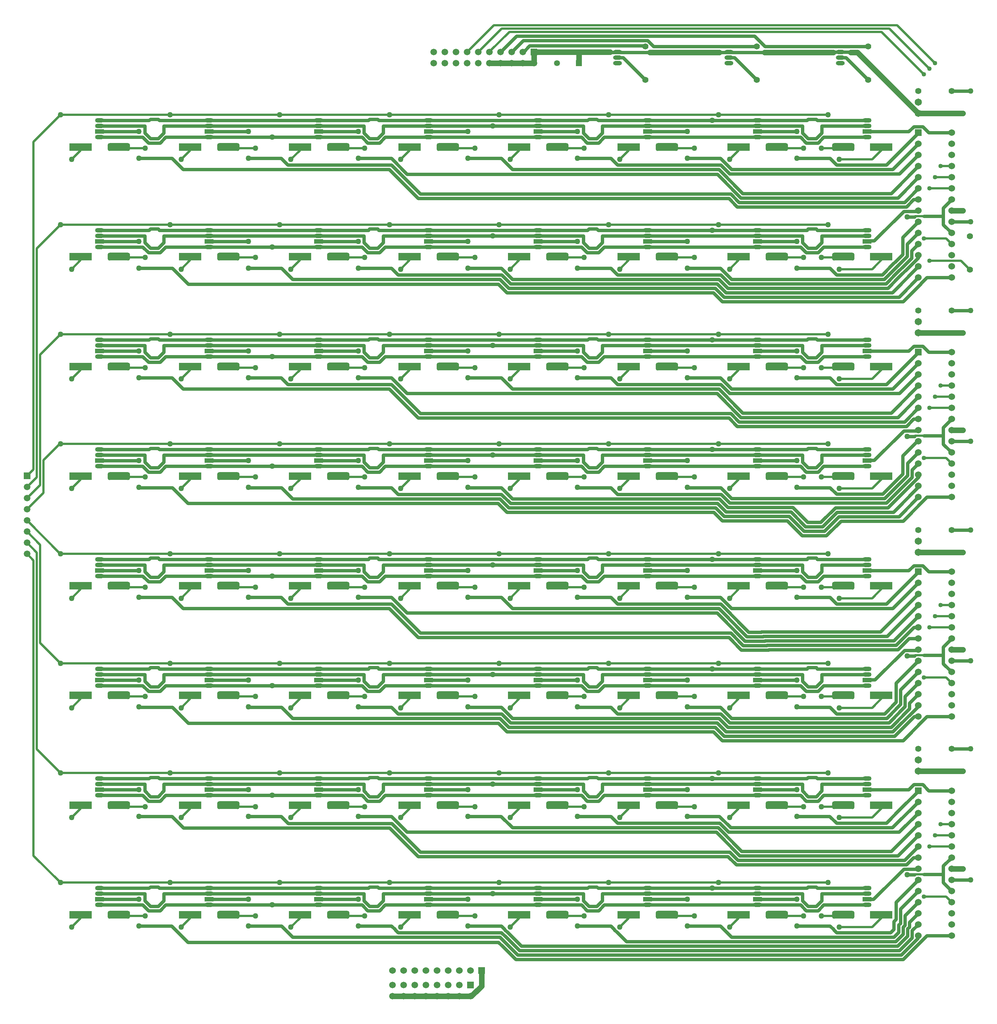
<source format=gtl>
%FSAX23Y23*%
%MOIN*%
G70*
G01*
G75*
G04 Layer_Physical_Order=1*
G04 Layer_Color=255*
G04:AMPARAMS|DCode=10|XSize=200mil|YSize=70mil|CornerRadius=18mil|HoleSize=0mil|Usage=FLASHONLY|Rotation=180.000|XOffset=0mil|YOffset=0mil|HoleType=Round|Shape=RoundedRectangle|*
%AMROUNDEDRECTD10*
21,1,0.200,0.035,0,0,180.0*
21,1,0.165,0.070,0,0,180.0*
1,1,0.035,-0.083,0.018*
1,1,0.035,0.083,0.018*
1,1,0.035,0.083,-0.018*
1,1,0.035,-0.083,-0.018*
%
%ADD10ROUNDEDRECTD10*%
%ADD11R,0.200X0.070*%
%ADD12C,0.030*%
%ADD13C,0.050*%
%ADD14C,0.020*%
%ADD15C,0.059*%
%ADD16R,0.059X0.059*%
%ADD17C,0.053*%
%ADD18R,0.053X0.053*%
%ADD19C,0.050*%
%ADD20O,0.080X0.040*%
%ADD21R,0.080X0.040*%
%ADD22C,0.055*%
%ADD23O,0.079X0.039*%
%ADD24O,0.079X0.039*%
%ADD25C,0.060*%
%ADD26R,0.060X0.060*%
%ADD27R,0.059X0.059*%
%ADD28R,0.060X0.060*%
%ADD29C,0.065*%
%ADD30C,0.040*%
D10*
X09476Y03561D02*
D03*
Y10451D02*
D03*
X08880Y10451D02*
D03*
X07895D02*
D03*
X06911D02*
D03*
X05927D02*
D03*
X04943D02*
D03*
X03958D02*
D03*
X02974D02*
D03*
X09476Y09467D02*
D03*
X08880Y09467D02*
D03*
X07895D02*
D03*
X06911D02*
D03*
X05927D02*
D03*
X04943D02*
D03*
X03958D02*
D03*
X02974D02*
D03*
X09476Y08482D02*
D03*
X08880Y08482D02*
D03*
X07895D02*
D03*
X06911D02*
D03*
X05927D02*
D03*
X04943D02*
D03*
X03958D02*
D03*
X02974D02*
D03*
X09476Y07498D02*
D03*
X08880Y07498D02*
D03*
X07895D02*
D03*
X06911D02*
D03*
X05927D02*
D03*
X04943D02*
D03*
X03958D02*
D03*
X02974D02*
D03*
X09476Y06514D02*
D03*
X08880Y06514D02*
D03*
X07895D02*
D03*
X06911D02*
D03*
X05927D02*
D03*
X04943D02*
D03*
X03958D02*
D03*
X02974D02*
D03*
X09476Y05530D02*
D03*
X08880Y05530D02*
D03*
X07895D02*
D03*
X06911D02*
D03*
X05927D02*
D03*
X04943D02*
D03*
X03958D02*
D03*
X02974D02*
D03*
X09476Y04545D02*
D03*
X08880D02*
D03*
X07895D02*
D03*
X06911D02*
D03*
X05927D02*
D03*
X04943D02*
D03*
X03958D02*
D03*
X02974D02*
D03*
X08880Y03561D02*
D03*
X07895D02*
D03*
X06911D02*
D03*
X05927D02*
D03*
X04943D02*
D03*
X03958D02*
D03*
X02974D02*
D03*
D11*
X09819D02*
D03*
Y10451D02*
D03*
X08537Y10451D02*
D03*
X07552D02*
D03*
X06568D02*
D03*
X05584D02*
D03*
X04600D02*
D03*
X03615D02*
D03*
X02631D02*
D03*
X09819Y09467D02*
D03*
X08537Y09467D02*
D03*
X07552D02*
D03*
X06568D02*
D03*
X05584D02*
D03*
X04600D02*
D03*
X03615D02*
D03*
X02631D02*
D03*
X09819Y08482D02*
D03*
X08537Y08482D02*
D03*
X07552D02*
D03*
X06568D02*
D03*
X05584D02*
D03*
X04600D02*
D03*
X03615D02*
D03*
X02631D02*
D03*
X09819Y07498D02*
D03*
X08537Y07498D02*
D03*
X07552D02*
D03*
X06568D02*
D03*
X05584D02*
D03*
X04600D02*
D03*
X03615D02*
D03*
X02631D02*
D03*
X09819Y06514D02*
D03*
X08537Y06514D02*
D03*
X07552D02*
D03*
X06568D02*
D03*
X05584D02*
D03*
X04600D02*
D03*
X03615D02*
D03*
X02631D02*
D03*
X09819Y05530D02*
D03*
X08537Y05530D02*
D03*
X07552D02*
D03*
X06568D02*
D03*
X05584D02*
D03*
X04600D02*
D03*
X03615D02*
D03*
X02631D02*
D03*
X09819Y04545D02*
D03*
X08537D02*
D03*
X07552D02*
D03*
X06568D02*
D03*
X05584D02*
D03*
X04600D02*
D03*
X03615D02*
D03*
X02631D02*
D03*
X08537Y03561D02*
D03*
X07552D02*
D03*
X06568D02*
D03*
X05584D02*
D03*
X04600D02*
D03*
X03615D02*
D03*
X02631D02*
D03*
D12*
X09387Y11305D02*
X09540D01*
X09545Y11300D01*
X09500Y11255D02*
X09700Y11055D01*
X09450Y11255D02*
X09500D01*
X08363Y11302D02*
X08772D01*
X07388D02*
X07722D01*
X07385Y11305D02*
X07388Y11302D01*
X06695Y11305D02*
X06700D01*
X05175Y03689D02*
Y03750D01*
Y03689D02*
X05225Y03639D01*
X05307Y03800D02*
X05753D01*
X05296Y03811D02*
X05307Y03800D01*
X05225Y03811D02*
X05296D01*
X05214Y03800D02*
X05225Y03811D01*
X04769Y03800D02*
X05214D01*
X05157Y03650D02*
X05208Y03599D01*
X04769Y03650D02*
X05157D01*
X10055Y03437D02*
X10070Y03452D01*
X10015Y03453D02*
X10030Y03468D01*
X09975Y03470D02*
X09990Y03485D01*
Y03615D01*
X10030Y03468D02*
Y03555D01*
X10070Y03452D02*
Y03495D01*
X10150Y03575D01*
X10030Y03555D02*
X10150Y03675D01*
X09990Y03615D02*
X10150Y03775D01*
X09950Y03675D02*
X10150Y03875D01*
X09950Y03522D02*
Y03675D01*
X09930Y03502D02*
X09950Y03522D01*
X09930Y03430D02*
Y03502D01*
X09900Y03400D02*
X09930Y03430D01*
X09975Y03405D02*
Y03470D01*
X10015Y03388D02*
Y03453D01*
X10055Y03372D02*
Y03437D01*
X10095Y03420D02*
X10150Y03475D01*
X10095Y03355D02*
Y03420D01*
X09930Y03360D02*
X09975Y03405D01*
X08475Y03360D02*
X09930D01*
X09947Y03320D02*
X10015Y03388D01*
X07531Y03320D02*
X09947D01*
X09963Y03280D02*
X10055Y03372D01*
X06587Y03280D02*
X09963D01*
X09980Y03240D02*
X10095Y03355D01*
X06570Y03240D02*
X09980D01*
X10149Y03353D02*
Y03356D01*
X09996Y03200D02*
X10149Y03353D01*
X06554Y03200D02*
X09996D01*
X06537Y03160D02*
X10013D01*
X09419Y03400D02*
X09900D01*
X09390Y03429D02*
X09419Y03400D01*
X09390Y03429D02*
Y03430D01*
X09359Y03461D02*
X09390Y03430D01*
X09060Y03461D02*
X09359D01*
X09690Y03700D02*
X09749D01*
X10021Y03971D01*
X10013Y03160D02*
X10228Y03375D01*
X10149Y03356D02*
X10150Y03357D01*
Y03375D01*
X10030Y05520D02*
X10150Y05640D01*
X10030Y05430D02*
Y05520D01*
X09990Y05580D02*
X10150Y05740D01*
X09990Y05450D02*
Y05580D01*
X09906Y05246D02*
X10070Y05410D01*
X09886Y05286D02*
X10030Y05430D01*
X09866Y05326D02*
X09990Y05450D01*
X10070Y05410D02*
Y05460D01*
X10150Y05540D01*
X09950Y05640D02*
X10150Y05840D01*
X09950Y05470D02*
Y05640D01*
X09846Y05366D02*
X09950Y05470D01*
X09419Y05366D02*
X09846D01*
X09060Y05426D02*
X09359D01*
X08475Y05326D02*
X09866D01*
X08458Y05286D02*
X09886D01*
X09922Y05206D02*
X10150Y05433D01*
X10113Y05340D02*
X10150D01*
X09939Y05166D02*
X10113Y05340D01*
X08442Y05246D02*
X09906D01*
X08425Y05206D02*
X09922D01*
X10150Y05433D02*
Y05440D01*
X08409Y05166D02*
X09939D01*
X09418Y07337D02*
X09830D01*
X08475Y07297D02*
X09846D01*
X08458Y07257D02*
X09863D01*
X09406Y07216D02*
X09878D01*
X09863Y07257D02*
X10095Y07489D01*
X10055Y07506D02*
Y07615D01*
X09846Y07297D02*
X10055Y07506D01*
X10010Y07517D02*
Y07680D01*
X09830Y07337D02*
X10010Y07517D01*
X09422Y07176D02*
X09926D01*
X09976Y07136D02*
X10150Y07310D01*
X09439Y07136D02*
X09976D01*
X09926Y07176D02*
X10150Y07400D01*
X09878Y09186D02*
X09979Y09287D01*
X09979D01*
X10064Y09371D01*
Y09372D01*
X10150Y09458D01*
Y09480D01*
X10024Y09388D02*
Y09388D01*
X09962Y09327D02*
X10024Y09388D01*
X09962Y09327D02*
X09962D01*
X09984Y09405D02*
Y09405D01*
X09946Y09367D02*
X09984Y09405D01*
X09946Y09367D02*
X09946D01*
X09944Y09421D02*
Y09421D01*
X09929Y09407D02*
X09944Y09421D01*
X09929Y09407D02*
X09929D01*
X08442Y09186D02*
X09878D01*
X10024Y09388D02*
X10090Y09454D01*
X09861Y09226D02*
X09962Y09327D01*
X08458Y09226D02*
X09861D01*
X10050Y09471D02*
Y09580D01*
X09984Y09405D02*
X10050Y09471D01*
X09845Y09266D02*
X09946Y09367D01*
X08475Y09266D02*
X09845D01*
X10010Y09487D02*
Y09640D01*
X09944Y09421D02*
X10010Y09487D01*
X09828Y09306D02*
X09929Y09407D01*
X09419Y09306D02*
X09828D01*
X10090Y09454D02*
Y09520D01*
X09916Y09146D02*
X10140Y09370D01*
X08425Y09146D02*
X09916D01*
X10140Y09370D02*
X10160D01*
X09976Y09106D02*
X10150Y09280D01*
X08409Y09106D02*
X09976D01*
X10150Y07400D02*
Y07410D01*
X10140Y07810D02*
X10150D01*
X10010Y07680D02*
X10140Y07810D01*
X09878Y07216D02*
X10155Y07493D01*
X10095Y07489D02*
Y07555D01*
X10155Y07493D02*
Y07495D01*
X10013Y07096D02*
X10228Y07310D01*
X09456Y07096D02*
X10013D01*
X10055Y07615D02*
X10150Y07710D01*
X10095Y07555D02*
X10150Y07610D01*
X10090Y09520D02*
X10150Y09580D01*
X10050D02*
X10150Y09680D01*
X10010Y09640D02*
X10150Y09780D01*
X10015Y09066D02*
X10175Y09226D01*
X08312Y09146D02*
X08392Y09066D01*
X08375Y09366D02*
X08475Y09266D01*
X08378Y09306D02*
X08458Y09226D01*
X08362Y09266D02*
X08442Y09186D01*
X08345Y09226D02*
X08425Y09146D01*
X08329Y09186D02*
X08409Y09106D01*
X08392Y09066D02*
X10015D01*
X09359Y09366D02*
X09419Y09306D01*
X10175Y09227D02*
X10228Y09280D01*
X10175Y09226D02*
Y09227D01*
X08313Y07176D02*
X08392Y07097D01*
X08330Y07216D02*
X08409Y07137D01*
X08380Y07336D02*
X08458Y07257D01*
X08376Y07396D02*
X08475Y07297D01*
X08363Y07296D02*
X08442Y07217D01*
X09023D01*
X08347Y07256D02*
X08425Y07177D01*
X09006D01*
X08409Y07137D02*
X08990D01*
X08392Y07097D02*
X08973D01*
X09106Y06964D01*
X08990Y07137D02*
X09123Y07004D01*
X09006Y07177D02*
X09139Y07044D01*
X09023Y07217D02*
X09156Y07084D01*
X06473Y07216D02*
X08330D01*
X06490Y07256D02*
X08347D01*
X06506Y07296D02*
X08363D01*
X07451Y07336D02*
X08380D01*
X08076Y07396D02*
X08376D01*
X06457Y07176D02*
X08313D01*
X09156Y07084D02*
X09274D01*
X09139Y07044D02*
X09291D01*
X09123Y07004D02*
X09307D01*
X09106Y06964D02*
X09324D01*
X09274Y07084D02*
X09406Y07216D01*
X09291Y07044D02*
X09422Y07176D01*
X09307Y07004D02*
X09439Y07136D01*
X09324Y06964D02*
X09456Y07096D01*
X09359Y07396D02*
X09418Y07337D01*
X09060Y07396D02*
X09359D01*
X03595Y03315D02*
X06382D01*
X03449Y03461D02*
X03595Y03315D01*
X08374Y03461D02*
X08475Y03360D01*
X07451Y03400D02*
X07531Y03320D01*
X06467Y03400D02*
X06587Y03280D01*
X06450Y03360D02*
X06570Y03240D01*
X06434Y03320D02*
X06554Y03200D01*
X06417Y03280D02*
X06537Y03160D01*
X08076Y03461D02*
X08374D01*
X07451Y03400D02*
X07451D01*
X07421Y03429D02*
X07451Y03400D01*
X07421Y03429D02*
Y03430D01*
X07390Y03461D02*
X07421Y03430D01*
X05541Y03361D02*
X06393D01*
X05540Y03360D02*
X05541Y03361D01*
X05465Y03360D02*
X05540D01*
X05465Y03361D02*
X05465Y03360D01*
X04534Y03361D02*
X05465D01*
X05524Y03401D02*
X06409D01*
X05523Y03400D02*
X05524Y03401D01*
X05482Y03400D02*
X05523D01*
X05453Y03429D02*
X05482Y03400D01*
X05453Y03429D02*
Y03430D01*
X05422Y03461D02*
X05453Y03430D01*
X06417Y03280D02*
X06417D01*
X06382Y03315D02*
X06417Y03280D01*
X06433Y03320D02*
X06434D01*
X06393Y03361D02*
X06433Y03320D01*
X06450Y03360D02*
X06450D01*
X06409Y03401D02*
X06450Y03360D01*
X06466Y03400D02*
X06467D01*
X06437Y03429D02*
X06466Y03400D01*
X06437Y03429D02*
Y03430D01*
X06406Y03461D02*
X06437Y03430D01*
X04434Y03461D02*
X04534Y03361D01*
X09416Y04384D02*
X09863D01*
X09355Y04445D02*
X09416Y04384D01*
X09060Y04445D02*
X09355D01*
X09979Y04304D02*
X10150Y04475D01*
X08369Y04384D02*
X08449Y04304D01*
X09919Y04344D02*
X10150Y04575D01*
X08365Y04445D02*
X08466Y04344D01*
X09863Y04384D02*
X09989Y04510D01*
X08466Y04344D02*
X09919D01*
X08449Y04304D02*
X09979D01*
X09989Y04511D02*
X10150Y04672D01*
X09989Y04510D02*
Y04511D01*
X09283Y04011D02*
X09604D01*
X09283Y04011D02*
X09283Y04011D01*
X09112Y04011D02*
X09283D01*
X09112Y04011D02*
X09112Y04011D01*
X08791Y04011D02*
X09112D01*
X09267Y04051D02*
X09621D01*
X09266Y04051D02*
X09267Y04051D01*
X09129Y04051D02*
X09266D01*
X09128Y04051D02*
X09129Y04051D01*
X08775Y04051D02*
X09128D01*
X09250Y04091D02*
X09637D01*
X09250Y04091D02*
X09250Y04091D01*
X09145Y04091D02*
X09250D01*
X09145Y04091D02*
X09145Y04091D01*
X08758Y04091D02*
X09145D01*
X09234Y04131D02*
X09654D01*
X09233Y04131D02*
X09234Y04131D01*
X09162Y04131D02*
X09233D01*
X09162Y04131D02*
X09162Y04131D01*
X08742Y04131D02*
X09162D01*
X08791Y04011D02*
X08791Y04011D01*
X08620Y04011D02*
X08791D01*
X08620Y04011D02*
X08620Y04011D01*
X08524Y04011D02*
X08620D01*
X08774Y04051D02*
X08775Y04051D01*
X08637Y04051D02*
X08774D01*
X08636Y04051D02*
X08637Y04051D01*
X08758Y04091D02*
X08758Y04091D01*
X08653Y04091D02*
X08758D01*
X08653Y04091D02*
X08653Y04091D01*
X08549Y04091D02*
X08653D01*
X08741Y04131D02*
X08742Y04131D01*
X08670Y04131D02*
X08741D01*
X08669Y04131D02*
X08670Y04131D01*
X08565Y04131D02*
X08669D01*
X09775Y04011D02*
X10043D01*
X09775Y04011D02*
X09775Y04011D01*
X09604Y04011D02*
X09775D01*
X09604Y04011D02*
X09604Y04011D01*
X09759Y04051D02*
X10026D01*
X09759Y04051D02*
X09759Y04051D01*
X09621Y04051D02*
X09759D01*
X09621Y04051D02*
X09621Y04051D01*
X09742Y04091D02*
X09966D01*
X09742Y04091D02*
X09742Y04091D01*
X09638Y04091D02*
X09742D01*
X09637Y04091D02*
X09638Y04091D01*
X09726Y04131D02*
X09906D01*
X09725Y04131D02*
X09726Y04131D01*
X09654Y04131D02*
X09725D01*
X09654Y04131D02*
X09654Y04131D01*
X08516Y04011D02*
X08524D01*
X08442Y04085D02*
X08516Y04011D01*
X05660Y04085D02*
X08442D01*
X08532Y04051D02*
X08636D01*
X08459Y04125D02*
X08532Y04051D01*
X05680Y04125D02*
X08459D01*
X08353Y04344D02*
X08565Y04131D01*
X08337Y04304D02*
X08549Y04091D01*
X06506Y04344D02*
X08353D01*
X05561Y04304D02*
X08337D01*
X07451Y04384D02*
X08369D01*
X08076Y04445D02*
X08365D01*
X06405D02*
X06506Y04344D01*
X07421Y04414D02*
X07451Y04384D01*
X07421Y04414D02*
Y04414D01*
X07390Y04445D02*
X07421Y04414D01*
X06107Y04445D02*
X06405D01*
X05405Y04340D02*
X05660Y04085D01*
X03555Y04340D02*
X05405D01*
X03450Y04445D02*
X03555Y04340D01*
X04495Y04380D02*
X05425D01*
X04430Y04445D02*
X04495Y04380D01*
X05425D02*
X05680Y04125D01*
X09810Y06100D02*
X10150Y06440D01*
X09654Y06100D02*
X09810D01*
X07091Y07396D02*
X07390D01*
X08450Y06050D02*
X08561Y05939D01*
X08468Y06090D02*
X08579Y05979D01*
X08343Y06272D02*
X08595Y06019D01*
X08360Y06312D02*
X08612Y06059D01*
X08376Y06352D02*
X08629Y06099D01*
X08741D01*
X08612Y06059D02*
X08758D01*
X08595Y06019D02*
X08774D01*
X08579Y05979D02*
X08791D01*
X08561Y05939D02*
X08807D01*
X08808Y05940D02*
X09587D01*
X08807Y05939D02*
X08808Y05940D01*
X08791Y05980D02*
X09604D01*
X08791Y05979D02*
X08791Y05980D01*
X08775Y06020D02*
X09621D01*
X08774Y06019D02*
X08775Y06020D01*
X08758Y06060D02*
X09637D01*
X08758Y06059D02*
X08758Y06060D01*
X08742Y06100D02*
X09654D01*
X08741Y06099D02*
X08742Y06100D01*
X09587Y05940D02*
X09588Y05940D01*
X09604Y05980D02*
X09604Y05980D01*
X09621Y06020D02*
X09621Y06020D01*
X09637Y06060D02*
X09638Y06060D01*
X09654Y06100D02*
X09654Y06100D01*
X08475Y06310D02*
X09920D01*
X09419Y06350D02*
X09863D01*
X09920Y06310D02*
X10150Y06540D01*
X08375Y06410D02*
X08475Y06310D01*
X09863Y06350D02*
X10150Y06637D01*
X09359Y06410D02*
X09419Y06350D01*
X09060Y06410D02*
X09359D01*
X07686Y06272D02*
X08343D01*
X07669Y06312D02*
X08360D01*
X07652Y06352D02*
X08376D01*
X05790Y06270D02*
X06700D01*
X05788Y06272D02*
X05790Y06270D01*
X05717Y06272D02*
X05788D01*
X05715Y06270D02*
X05717Y06272D01*
X05560Y06270D02*
X05715D01*
X07651Y06350D02*
X07652Y06352D01*
X07450Y06350D02*
X07651D01*
X07667Y06310D02*
X07669Y06312D01*
X06791Y06310D02*
X07667D01*
X07684Y06270D02*
X07686Y06272D01*
X06774Y06270D02*
X07684D01*
X06789Y06312D02*
X06791Y06310D01*
X06685Y06312D02*
X06789D01*
X06683Y06310D02*
X06685Y06312D01*
X06506Y06310D02*
X06683D01*
X06773Y06272D02*
X06774Y06270D01*
X06701Y06272D02*
X06773D01*
X06700Y06270D02*
X06701Y06272D01*
X07390Y06410D02*
X07450Y06350D01*
X06406Y06410D02*
X06506Y06310D01*
X05420Y06410D02*
X05560Y06270D01*
X07091Y06410D02*
X07390D01*
X05422Y07396D02*
X05482Y07336D01*
X04434Y07396D02*
X04534Y07296D01*
X03484Y07365D02*
X03593Y07256D01*
X06409Y07336D02*
X06490Y07256D01*
X06393Y07296D02*
X06473Y07216D01*
X06376Y07256D02*
X06457Y07176D01*
X03593Y07256D02*
X06376D01*
X04534Y07296D02*
X06393D01*
X05482Y07336D02*
X06409D01*
X08345Y08240D02*
X08558Y08026D01*
X08378Y08320D02*
X08458Y08240D01*
X08361Y08280D02*
X08575Y08066D01*
X07686Y08240D02*
X08345D01*
X07669Y08280D02*
X08361D01*
X07652Y08320D02*
X08378D01*
X05789Y08240D02*
X06701D01*
X05788Y08240D02*
X05789Y08240D01*
X05717Y08240D02*
X05788D01*
X05717Y08240D02*
X05717Y08240D01*
X05560Y08240D02*
X05717D01*
X07652Y08320D02*
X07652Y08320D01*
X07450Y08320D02*
X07652D01*
X07669Y08280D02*
X07669Y08280D01*
X06789Y08280D02*
X07669D01*
X07685Y08240D02*
X07686Y08240D01*
X06773Y08240D02*
X07685D01*
X06789Y08280D02*
X06789Y08280D01*
X06685Y08280D02*
X06789D01*
X06685Y08280D02*
X06685Y08280D01*
X06506Y08280D02*
X06685D01*
X06773Y08240D02*
X06773Y08240D01*
X06701Y08240D02*
X06773D01*
X06701Y08240D02*
X06701Y08240D01*
X07390Y08380D02*
X07450Y08320D01*
X06406Y08380D02*
X06506Y08280D01*
X05420Y08380D02*
X05560Y08240D01*
X07091Y08380D02*
X07390D01*
X08375D02*
X08475Y08280D01*
X08758D02*
X09637D01*
X08758Y08280D02*
X08758Y08280D01*
X08653Y08280D02*
X08758D01*
X08653Y08280D02*
X08653Y08280D01*
X08475Y08280D02*
X08653D01*
X08741Y08240D02*
X09654D01*
X08741Y08240D02*
X08741Y08240D01*
X08670Y08240D02*
X08741D01*
X08670Y08240D02*
X08670Y08240D01*
X08458Y08240D02*
X08670D01*
X09759Y08320D02*
X09863D01*
X09759Y08320D02*
X09759Y08320D01*
X09621Y08320D02*
X09759D01*
X09621Y08320D02*
X09621Y08320D01*
X09419Y08320D02*
X09621D01*
X09742Y08280D02*
X09920D01*
X09742Y08280D02*
X09742Y08280D01*
X09638Y08280D02*
X09742D01*
X09637Y08280D02*
X09638Y08280D01*
X09726Y08240D02*
X09980D01*
X09725Y08240D02*
X09726Y08240D01*
X09654Y08240D02*
X09725D01*
X09654Y08240D02*
X09654Y08240D01*
X09863Y08320D02*
X10150Y08607D01*
X09359Y08380D02*
X09419Y08320D01*
X09920Y08280D02*
X10150Y08510D01*
X09980Y08240D02*
X10150Y08410D01*
X09060Y08380D02*
X09359D01*
X10245Y04675D02*
X10450D01*
X10190Y04730D02*
X10245Y04675D01*
X10110Y04730D02*
X10190D01*
X10064Y04685D02*
X10110Y04730D01*
X09690Y04685D02*
X10064D01*
X07091Y04445D02*
X07390D01*
X10107Y04075D02*
X10150D01*
X05123Y04445D02*
X05420D01*
X05561Y04304D01*
X04139Y04445D02*
X04430D01*
X03154D02*
X03450D01*
X09906Y04131D02*
X10150Y04375D01*
X09966Y04091D02*
X10150Y04275D01*
X10026Y04051D02*
X10150Y04175D01*
X10043Y04011D02*
X10107Y04075D01*
X10021Y03971D02*
X10146D01*
X06107Y03461D02*
X06406D01*
X05123D02*
X05422D01*
X10228Y03375D02*
X10450D01*
X04139Y03461D02*
X04434D01*
X10245Y06640D02*
X10450D01*
X10190Y06695D02*
X10245Y06640D01*
X10110Y06695D02*
X10190D01*
X10064Y06650D02*
X10110Y06695D01*
X09690Y06650D02*
X10064D01*
X08076Y06410D02*
X08375D01*
X06107D02*
X06406D01*
X05123D02*
X05420D01*
X04139D02*
X04430D01*
X04539Y06350D02*
X05420D01*
X04556Y06310D02*
X04556Y06310D01*
X04430Y06410D02*
X04490Y06350D01*
X04539D01*
X03154Y06410D02*
X03450D01*
X03550Y06310D01*
X04556D01*
X04556Y06310D02*
X05400D01*
X05660Y06050D01*
X08450D01*
X05420Y06350D02*
X05680Y06090D01*
X08468D01*
X09359Y05426D02*
X09419Y05366D01*
X08375Y05426D02*
X08475Y05326D01*
X08076Y05426D02*
X08375D01*
X08378Y05366D02*
X08458Y05286D01*
X07451Y05366D02*
X08378D01*
X07390Y05426D02*
X07451Y05366D01*
X07091Y05426D02*
X07390D01*
X08362Y05326D02*
X08442Y05246D01*
X06506Y05326D02*
X08362D01*
X06406Y05426D02*
X06506Y05326D01*
X06107Y05426D02*
X06406D01*
X08345Y05286D02*
X08425Y05206D01*
X06490Y05286D02*
X08345D01*
X05123Y05426D02*
X05422D01*
X08329Y05246D02*
X08409Y05166D01*
X06473Y05246D02*
X08329D01*
X10228Y05340D02*
X10450D01*
X10013Y05126D02*
X10228Y05340D01*
X08392Y05126D02*
X10013D01*
X08312Y05206D02*
X08392Y05126D01*
X06457Y05206D02*
X08312D01*
X03154Y05426D02*
X03454D01*
X03484Y05396D01*
X04139Y05426D02*
X04434D01*
X06393Y05326D02*
X06473Y05246D01*
X06410Y05366D02*
X06490Y05286D01*
X05422Y05426D02*
X05482Y05366D01*
X06410D01*
X04534Y05326D02*
X06393D01*
X03484Y05395D02*
X03599Y05280D01*
X06382D01*
X06457Y05206D01*
X04434Y05426D02*
X04534Y05326D01*
X10245Y08610D02*
X10450D01*
X10190Y08665D02*
X10245Y08610D01*
X10110Y08665D02*
X10190D01*
X10064Y08620D02*
X10110Y08665D01*
X09690Y08620D02*
X10064D01*
X08076Y08380D02*
X08375D01*
X06107D02*
X06406D01*
X10107Y08010D02*
X10150D01*
X05123Y08380D02*
X05420D01*
X04139D02*
X04430D01*
X04539Y08320D02*
X05420D01*
X04556Y08280D02*
X04556Y08280D01*
X04430Y08380D02*
X04490Y08320D01*
X04539D01*
X03154Y08380D02*
X03450D01*
X03550Y08280D01*
X04556D01*
X09906Y08066D02*
X10150Y08310D01*
X09966Y08026D02*
X10150Y08210D01*
X10026Y07986D02*
X10150Y08110D01*
X10043Y07946D02*
X10107Y08010D01*
X08575Y08066D02*
X09906D01*
X08558Y08026D02*
X09966D01*
X08542Y07986D02*
X10026D01*
X08524Y07946D02*
X10043D01*
X04556Y08280D02*
X05400D01*
X05660Y08020D01*
X08450D01*
X08524Y07946D01*
X05420Y08320D02*
X05680Y08060D01*
X08468D01*
X08542Y07986D01*
X10021Y07906D02*
X10146D01*
X09755Y07641D02*
X10021Y07906D01*
X09695Y07641D02*
X09755D01*
X07390Y07396D02*
X07451Y07336D01*
X06406Y07396D02*
X06506Y07296D01*
X06107Y07396D02*
X06406D01*
X05123D02*
X05422D01*
X10228Y07310D02*
X10450D01*
X03154Y07396D02*
X03454D01*
X03484Y07366D01*
X04139Y07396D02*
X04434D01*
Y09366D02*
X04534Y09266D01*
X06382Y09220D02*
X06457Y09146D01*
X03599Y09220D02*
X06382D01*
X03484Y09335D02*
X03599Y09220D01*
X04534Y09266D02*
X06393D01*
X05482Y09306D02*
X06410D01*
X05422Y09366D02*
X05482Y09306D01*
X06410D02*
X06490Y09226D01*
X06393Y09266D02*
X06473Y09186D01*
X04139Y09366D02*
X04434D01*
X10150Y08608D02*
Y08610D01*
X03484Y09335D02*
Y09336D01*
X03454Y09366D02*
X03484Y09336D01*
X03154Y09366D02*
X03454D01*
X06457Y09146D02*
X08312D01*
X10228Y09280D02*
X10450D01*
X06473Y09186D02*
X08329D01*
X05123Y09366D02*
X05422D01*
X06490Y09226D02*
X08345D01*
X06107Y09366D02*
X06406D01*
X06506Y09266D01*
X08362D01*
X07091Y09366D02*
X07390D01*
X07451Y09306D01*
X08378D01*
X08076Y09366D02*
X08375D01*
X09060D02*
X09359D01*
X09690Y09606D02*
X09695Y09611D01*
X09755D01*
X10021Y09876D01*
X10146D01*
X10150Y09880D01*
X08468Y10030D02*
X08542Y09956D01*
X05680Y10030D02*
X08468D01*
X05420Y10290D02*
X05680Y10030D01*
X08450Y09990D02*
X08524Y09916D01*
X05660Y09990D02*
X08450D01*
X05400Y10250D02*
X05660Y09990D01*
X04556Y10250D02*
X05400D01*
X08524Y09916D02*
X10043D01*
X08542Y09956D02*
X10026D01*
X08558Y09996D02*
X09966D01*
X08346Y10209D02*
X08558Y09996D01*
X08575Y10036D02*
X09906D01*
X08362Y10250D02*
X08575Y10036D01*
X10043Y09916D02*
X10107Y09980D01*
X10026Y09956D02*
X10150Y10080D01*
X09966Y09996D02*
X10150Y10180D01*
X09906Y10036D02*
X10150Y10280D01*
X03550Y10250D02*
X04556D01*
X03450Y10350D02*
X03550Y10250D01*
X03154Y10350D02*
X03450D01*
X04490Y10290D02*
X04539D01*
X04430Y10350D02*
X04490Y10290D01*
X04556Y10250D02*
X04556Y10250D01*
X04539Y10290D02*
X04539Y10290D01*
X05420D01*
X04139Y10350D02*
X04430D01*
X05561Y10209D02*
X08346D01*
X05420Y10350D02*
X05561Y10209D01*
X05123Y10350D02*
X05420D01*
X10107Y09980D02*
X10150D01*
X06406Y10350D02*
X06506Y10250D01*
X06107Y10350D02*
X06406D01*
X06506Y10250D02*
X08362D01*
X07091Y10350D02*
X07390D01*
X08458Y10210D02*
X09980D01*
X10150Y10380D01*
X07390Y10350D02*
X07451Y10290D01*
X08378D01*
X08458Y10210D01*
X09060Y10350D02*
X09359D01*
X09419Y10290D02*
X09863D01*
X10150Y10577D01*
X09359Y10350D02*
X09419Y10290D01*
X10150Y10577D02*
Y10580D01*
X08076Y10350D02*
X08375D01*
X08475Y10250D01*
X09920D01*
X10150Y10480D01*
X08706Y03700D02*
X09060D01*
X07721D02*
X08076D01*
X06737D02*
X07091D01*
X05753D02*
X06107D01*
X04769D02*
X05123D01*
X03784D02*
X04139D01*
X02800D02*
X03154D01*
X02800Y04684D02*
X03154D01*
X03784D02*
X04139D01*
X04769D02*
X05123D01*
X05753D02*
X06107D01*
X06737D02*
X07091D01*
X07721D02*
X08076D01*
X08706D02*
X09060D01*
X08706Y05669D02*
X09060D01*
X07721D02*
X08076D01*
X06737D02*
X07091D01*
X05753D02*
X06107D01*
X04769D02*
X05123D01*
X03784D02*
X04139D01*
X02800D02*
X03154D01*
X02800Y06653D02*
X03154D01*
X03784D02*
X04139D01*
X04769D02*
X05123D01*
X05753D02*
X06107D01*
X06737D02*
X07091D01*
X07721D02*
X08076D01*
X08706D02*
X09060D01*
X08706Y07637D02*
X09060D01*
X07721D02*
X08076D01*
X06737D02*
X07091D01*
X05753D02*
X06107D01*
X04769D02*
X05123D01*
X03784D02*
X04139D01*
X02800D02*
X03154D01*
X02800Y08621D02*
X03154D01*
X03784D02*
X04139D01*
X04769D02*
X05123D01*
X05753D02*
X06107D01*
X06737D02*
X07091D01*
X07721D02*
X08076D01*
X08706D02*
X09060D01*
X08706Y09606D02*
X09060D01*
X07721D02*
X08076D01*
X06737D02*
X07091D01*
X05753D02*
X06107D01*
X04769D02*
X05123D01*
X03784D02*
X04139D01*
X02800D02*
X03154D01*
X02800Y10590D02*
X03154D01*
X03784D02*
X04139D01*
X04769D02*
X05123D01*
X05753D02*
X06107D01*
X06737D02*
X07091D01*
X07721D02*
X08076D01*
X08706Y10640D02*
X09112D01*
Y10579D02*
Y10640D01*
Y10579D02*
X09162Y10529D01*
X08706Y10690D02*
X09151D01*
X08706Y10540D02*
X09094D01*
X08706Y10590D02*
X09060D01*
X09690D02*
X10064D01*
X10110Y10635D01*
X10190D01*
X10245Y10580D01*
X10450D01*
X08706Y03650D02*
X09094D01*
X07721D02*
X08706D01*
X07332D02*
X07721D01*
X06737D02*
X07126D01*
X05364D02*
X05753D01*
X03784D02*
X04769D01*
X03395D02*
X03784D01*
X09301D02*
X09690D01*
X09250Y03599D02*
X09301Y03650D01*
X09145Y03599D02*
X09250D01*
X09094Y03650D02*
X09145Y03599D01*
X07281D02*
X07332Y03650D01*
X07177Y03599D02*
X07281D01*
X07126Y03650D02*
X07177Y03599D01*
X05313D02*
X05364Y03650D01*
X05208Y03599D02*
X05313D01*
X03344D02*
X03395Y03650D01*
X03240Y03599D02*
X03344D01*
X03189Y03650D02*
X03240Y03599D01*
X02800Y03650D02*
X03189D01*
X06737Y04634D02*
X07126D01*
X05753D02*
X06737D01*
X05364D02*
X05753D01*
X04769D02*
X05157D01*
X03784D02*
X04769D01*
X03395D02*
X03784D01*
X02800D02*
X03189D01*
X03240Y04583D01*
X03344D01*
X03395Y04634D01*
X05157D02*
X05208Y04583D01*
X05313D01*
X05364Y04634D01*
X07126D02*
X07177Y04583D01*
X07281D01*
X07332Y04634D01*
X07721D01*
X08706D02*
X09094D01*
X07721D02*
X08706D01*
X09094D02*
X09145Y04583D01*
X09250D01*
X09301Y04634D01*
X09690D01*
X08706Y05619D02*
X09094D01*
X07721D02*
X08706D01*
X07332D02*
X07721D01*
X06737D02*
X07126D01*
X05753D02*
X06737D01*
X05364D02*
X05753D01*
X04769D02*
X05157D01*
X03784D02*
X04769D01*
X03395D02*
X03784D01*
X09301D02*
X09690D01*
X09250Y05567D02*
X09301Y05619D01*
X09145Y05567D02*
X09250D01*
X09094Y05619D02*
X09145Y05567D01*
X07281D02*
X07332Y05619D01*
X05313Y05567D02*
X05364Y05619D01*
X05208Y05567D02*
X05313D01*
X05157Y05619D02*
X05208Y05567D01*
X03344D02*
X03395Y05619D01*
X03240Y05567D02*
X03344D01*
X03189Y05619D02*
X03240Y05567D01*
X02800Y05619D02*
X03189D01*
X08706Y06603D02*
X09094D01*
X07721D02*
X08706D01*
X07332D02*
X07721D01*
X06737D02*
X07126D01*
X05753D02*
X06737D01*
X05364D02*
X05753D01*
X04769D02*
X05157D01*
X03784D02*
X04769D01*
X03395D02*
X03784D01*
X02800D02*
X03189D01*
X03240Y06552D01*
X03344D01*
X03395Y06603D01*
X05157D02*
X05208Y06552D01*
X05313D01*
X05364Y06603D01*
X07126D02*
X07177Y06552D01*
X07281D01*
X07332Y06603D01*
X09094D02*
X09145Y06552D01*
X09250D01*
X09301Y06603D01*
X09690D01*
X08706Y07587D02*
X09094D01*
X07721D02*
X08706D01*
X07332D02*
X07721D01*
X06737D02*
X07126D01*
X05753D02*
X06737D01*
X05364D02*
X05753D01*
X04769D02*
X05157D01*
X03784D02*
X04769D01*
X03395D02*
X03784D01*
X09301D02*
X09690D01*
X09250Y07536D02*
X09301Y07587D01*
X09145Y07536D02*
X09250D01*
X09094Y07587D02*
X09145Y07536D01*
X07281D02*
X07332Y07587D01*
X05313Y07536D02*
X05364Y07587D01*
X05208Y07536D02*
X05313D01*
X05157Y07587D02*
X05208Y07536D01*
X03344D02*
X03395Y07587D01*
X03240Y07536D02*
X03344D01*
X03189Y07587D02*
X03240Y07536D01*
X02800Y07587D02*
X03189D01*
X08706Y08571D02*
X09094D01*
X07721D02*
X08706D01*
X07332D02*
X07721D01*
X06737D02*
X07126D01*
X05753D02*
X06737D01*
X05364D02*
X05753D01*
X04769D02*
X05157D01*
X03784D02*
X04769D01*
X03395D02*
X03784D01*
X02800D02*
X03189D01*
X03240Y08520D01*
X03344D01*
X03395Y08571D01*
X05157D02*
X05208Y08520D01*
X05313D01*
X05364Y08571D01*
X07126D02*
X07177Y08520D01*
X07281D01*
X07332Y08571D01*
X09094D02*
X09145Y08520D01*
X09250D01*
X09301Y08571D01*
X09690D01*
X08706Y09556D02*
X09094D01*
X07721D02*
X08706D01*
X07332D02*
X07721D01*
X06737D02*
X07126D01*
X05753D02*
X06737D01*
X05364D02*
X05753D01*
X04769D02*
X05157D01*
X03784D02*
X04769D01*
X03395D02*
X03784D01*
X09301D02*
X09690D01*
X09250Y09504D02*
X09301Y09556D01*
X09145Y09504D02*
X09250D01*
X09094Y09556D02*
X09145Y09504D01*
X07281D02*
X07332Y09556D01*
X05313Y09504D02*
X05364Y09556D01*
X05208Y09504D02*
X05313D01*
X05157Y09556D02*
X05208Y09504D01*
X03344D02*
X03395Y09556D01*
X03240Y09504D02*
X03344D01*
X03189Y09556D02*
X03240Y09504D01*
X02800Y09556D02*
X03189D01*
X07721Y10540D02*
X08706D01*
X07332D02*
X07721D01*
X06737D02*
X07126D01*
X05753D02*
X06737D01*
X05364D02*
X05753D01*
X04769D02*
X05157D01*
X03784D02*
X04769D01*
X03395D02*
X03784D01*
X02800D02*
X03189D01*
X03240Y10489D01*
X03344D01*
X03395Y10540D01*
X05157D02*
X05208Y10489D01*
X05313D01*
X05364Y10540D01*
X07126D02*
X07177Y10489D01*
X07281D02*
X07332Y10540D01*
X09094D02*
X09145Y10489D01*
X09250D01*
X09301Y10540D01*
X09690D01*
X03378Y10640D02*
X03784D01*
X03378Y10579D02*
Y10640D01*
X03328Y10529D02*
X03378Y10579D01*
X03256Y10529D02*
X03328D01*
X03206Y10579D02*
X03256Y10529D01*
X03206Y10579D02*
Y10640D01*
X02800D02*
X03206D01*
X05347D02*
X05753D01*
X05347Y10579D02*
Y10640D01*
X05296Y10529D02*
X05347Y10579D01*
X05225Y10529D02*
X05296D01*
X05175Y10579D02*
X05225Y10529D01*
X05175Y10579D02*
Y10640D01*
X04769D02*
X05175D01*
X07143Y10579D02*
Y10640D01*
X06737D02*
X07143D01*
X07315D02*
X07721D01*
X07315Y10579D02*
Y10640D01*
X09162Y10529D02*
X09233D01*
X09284Y10640D02*
X09690D01*
X09284Y10579D02*
Y10640D01*
X09233Y10529D02*
X09284Y10579D01*
X07721Y10640D02*
X08706D01*
X05753D02*
X06737D01*
X03784D02*
X04769D01*
X03256Y09544D02*
X03328D01*
X03206Y09595D02*
X03256Y09544D01*
X03206Y09595D02*
Y09656D01*
X02800D02*
X03206D01*
X03378D02*
X03784D01*
X03378Y09595D02*
Y09656D01*
X03328Y09544D02*
X03378Y09595D01*
X05225Y09544D02*
X05296D01*
X05175Y09595D02*
X05225Y09544D01*
X05175Y09595D02*
Y09656D01*
X04769D02*
X05175D01*
X05347D02*
X05753D01*
X05347Y09595D02*
Y09656D01*
X05296Y09544D02*
X05347Y09595D01*
X07143D02*
Y09656D01*
X06737D02*
X07143D01*
X07315D02*
X07721D01*
X07315Y09595D02*
Y09656D01*
X09162Y09544D02*
X09233D01*
X09112Y09595D02*
X09162Y09544D01*
X09112Y09595D02*
Y09656D01*
X08706D02*
X09112D01*
X09284D02*
X09690D01*
X09284Y09595D02*
Y09656D01*
X09233Y09544D02*
X09284Y09595D01*
X07721Y09656D02*
X08706D01*
X05753D02*
X06737D01*
X03784D02*
X04769D01*
X03378Y08671D02*
X03784D01*
X03378Y08611D02*
Y08671D01*
X03328Y08560D02*
X03378Y08611D01*
X03256Y08560D02*
X03328D01*
X03206Y08611D02*
X03256Y08560D01*
X03206Y08611D02*
Y08671D01*
X02800D02*
X03206D01*
X05225Y08560D02*
X05296D01*
X05175Y08611D02*
X05225Y08560D01*
X05175Y08611D02*
Y08671D01*
X04769D02*
X05175D01*
X05347D02*
X05753D01*
X05347Y08611D02*
Y08671D01*
X05296Y08560D02*
X05347Y08611D01*
X07194Y08560D02*
X07265D01*
X07143Y08611D02*
X07194Y08560D01*
X07143Y08611D02*
Y08671D01*
X06737D02*
X07143D01*
X07315D02*
X07721D01*
X07315Y08611D02*
Y08671D01*
X07265Y08560D02*
X07315Y08611D01*
X09162Y08560D02*
X09233D01*
X09112Y08611D02*
X09162Y08560D01*
X09112Y08611D02*
Y08671D01*
X08706D02*
X09112D01*
X09284D02*
X09690D01*
X09284Y08611D02*
Y08671D01*
X09233Y08560D02*
X09284Y08611D01*
X07721Y08671D02*
X08706D01*
X05753D02*
X06737D01*
X03784D02*
X04769D01*
X03256Y07576D02*
X03328D01*
X03206Y07626D02*
X03256Y07576D01*
X03206Y07626D02*
Y07687D01*
X02800D02*
X03206D01*
X03378Y07686D02*
X03379Y07687D01*
X03378Y07626D02*
Y07686D01*
X03328Y07576D02*
X03378Y07626D01*
X03379Y07687D02*
X03784D01*
X05225Y07576D02*
X05296D01*
X05175Y07626D02*
X05225Y07576D01*
X05175Y07626D02*
Y07687D01*
X04769D02*
X05175D01*
X05347D02*
X05753D01*
X05347Y07626D02*
Y07687D01*
X05296Y07576D02*
X05347Y07626D01*
X07143D02*
Y07687D01*
X06737D02*
X07143D01*
X07315D02*
X07721D01*
X07315Y07626D02*
Y07687D01*
X09162Y07576D02*
X09233D01*
X09112Y07626D02*
X09162Y07576D01*
X09112Y07626D02*
Y07687D01*
X08706D02*
X09112D01*
X09284D02*
X09690D01*
X09284Y07626D02*
Y07687D01*
X09233Y07576D02*
X09284Y07626D01*
X07721Y07687D02*
X08706D01*
X05753D02*
X06737D01*
X03784D02*
X04769D01*
X03378Y06703D02*
X03784D01*
X03378Y06642D02*
Y06703D01*
X03328Y06592D02*
X03378Y06642D01*
X03256Y06592D02*
X03328D01*
X03206Y06642D02*
X03256Y06592D01*
X03206Y06642D02*
Y06703D01*
X02800D02*
X03206D01*
X05225Y06592D02*
X05296D01*
X05175Y06642D02*
X05225Y06592D01*
X05175Y06642D02*
Y06703D01*
X04769D02*
X05175D01*
X05347D02*
X05753D01*
X05347Y06642D02*
Y06703D01*
X05296Y06592D02*
X05347Y06642D01*
X07194Y06592D02*
X07265D01*
X07143Y06642D02*
X07194Y06592D01*
X07143Y06642D02*
Y06703D01*
X06737D02*
X07143D01*
X07315D02*
X07721D01*
X07315Y06642D02*
Y06703D01*
X07265Y06592D02*
X07315Y06642D01*
X09162Y06592D02*
X09233D01*
X09112Y06642D02*
X09162Y06592D01*
X09112Y06642D02*
Y06703D01*
X08706D02*
X09112D01*
X09284D02*
X09690D01*
X09284Y06642D02*
Y06703D01*
X09233Y06592D02*
X09284Y06642D01*
X07721Y06703D02*
X08706D01*
X05753D02*
X06737D01*
X03784D02*
X04769D01*
X03256Y05607D02*
X03328D01*
X03206Y05658D02*
X03256Y05607D01*
X03206Y05658D02*
Y05719D01*
X02800D02*
X03206D01*
X03378D02*
X03784D01*
X03378Y05658D02*
Y05719D01*
X03328Y05607D02*
X03378Y05658D01*
X05225Y05607D02*
X05296D01*
X05175Y05658D02*
X05225Y05607D01*
X05175Y05658D02*
Y05719D01*
X04769D02*
X05175D01*
X05347D02*
X05753D01*
X05347Y05658D02*
Y05719D01*
X05296Y05607D02*
X05347Y05658D01*
X07143D02*
Y05719D01*
X06737D02*
X07143D01*
X07315D02*
X07721D01*
X07315Y05658D02*
Y05719D01*
X09162Y05607D02*
X09233D01*
X09112Y05658D02*
X09162Y05607D01*
X09112Y05658D02*
Y05719D01*
X08706D02*
X09112D01*
X09284D02*
X09690D01*
X09284Y05658D02*
Y05719D01*
X09233Y05607D02*
X09284Y05658D01*
X07721Y05719D02*
X08706D01*
X05753D02*
X06737D01*
X03784D02*
X04769D01*
X03256Y04623D02*
X03328D01*
X03206Y04674D02*
X03256Y04623D01*
X03206Y04674D02*
Y04734D01*
X02800D02*
X03206D01*
X03378D02*
X03784D01*
X03378Y04674D02*
Y04734D01*
X03328Y04623D02*
X03378Y04674D01*
X05225Y04623D02*
X05296D01*
X05175Y04674D02*
X05225Y04623D01*
X05175Y04674D02*
Y04734D01*
X04769D02*
X05175D01*
X05347D02*
X05753D01*
X05347Y04674D02*
Y04734D01*
X05296Y04623D02*
X05347Y04674D01*
X07143D02*
Y04734D01*
X06737D02*
X07143D01*
X07194Y04623D02*
X07265D01*
X07143Y04674D02*
X07194Y04623D01*
X07315Y04734D02*
X07721D01*
X07315Y04674D02*
Y04734D01*
X07265Y04623D02*
X07315Y04674D01*
X09162Y04623D02*
X09233D01*
X09112Y04674D02*
X09162Y04623D01*
X09112Y04674D02*
Y04734D01*
X08706D02*
X09112D01*
X09284D02*
X09690D01*
X09284Y04674D02*
Y04734D01*
X09233Y04623D02*
X09284Y04674D01*
X07721Y04734D02*
X08706D01*
X05753D02*
X06737D01*
X03784D02*
X04769D01*
X05347Y03750D02*
X05753D01*
X05347Y03689D02*
Y03750D01*
X05296Y03639D02*
X05347Y03689D01*
X05225Y03639D02*
X05296D01*
X04769Y03750D02*
X05175D01*
X03378D02*
X03784D01*
X03378Y03689D02*
Y03750D01*
X03328Y03639D02*
X03378Y03689D01*
X03256Y03639D02*
X03328D01*
X03206Y03689D02*
X03256Y03639D01*
X03206Y03689D02*
Y03750D01*
X02800D02*
X03206D01*
X05753D02*
X06737D01*
X03784D02*
X04769D01*
X07194Y03639D02*
X07265D01*
X07143Y03689D02*
X07194Y03639D01*
X07143Y03689D02*
Y03750D01*
X06737D02*
X07143D01*
X07315D02*
X07721D01*
X07315Y03689D02*
Y03750D01*
X07265Y03639D02*
X07315Y03689D01*
X07721Y03750D02*
X08706D01*
X09162Y03639D02*
X09233D01*
X09112Y03689D02*
X09162Y03639D01*
X09112Y03689D02*
Y03750D01*
X08706D02*
X09112D01*
X09284D02*
X09690D01*
X09284Y03689D02*
Y03750D01*
X09233Y03639D02*
X09284Y03689D01*
X08706Y03800D02*
X09151D01*
X07721D02*
X08706D01*
X07276D02*
X07721D01*
X06737D02*
X07182D01*
X05753D02*
X06737D01*
X03784D02*
X04769D01*
X03339D02*
X03784D01*
X09244D02*
X09690D01*
X09233Y03811D02*
X09244Y03800D01*
X09162Y03811D02*
X09233D01*
X09151Y03800D02*
X09162Y03811D01*
X07265D02*
X07276Y03800D01*
X07194Y03811D02*
X07265D01*
X07182Y03800D02*
X07194Y03811D01*
X03328D02*
X03339Y03800D01*
X03256Y03811D02*
X03328D01*
X03245Y03800D02*
X03256Y03811D01*
X02800Y03800D02*
X03245D01*
X08706Y04784D02*
X09151D01*
X07721D02*
X08706D01*
X07276D02*
X07721D01*
X06737D02*
X07182D01*
X05753D02*
X06737D01*
X05307D02*
X05753D01*
X04769D02*
X05214D01*
X03784D02*
X04769D01*
X03339D02*
X03784D01*
X02800D02*
X03245D01*
X03256Y04795D01*
X03328D01*
X03339Y04784D01*
X05214D02*
X05225Y04795D01*
X05296D01*
X05307Y04784D01*
X07182D02*
X07194Y04795D01*
X07265D01*
X07276Y04784D01*
X09151D02*
X09162Y04795D01*
X09233D01*
X09244Y04784D01*
X09690D01*
X08706Y05769D02*
X09151D01*
X07721D02*
X08706D01*
X05753D02*
X06737D01*
X05307D02*
X05753D01*
X04769D02*
X05214D01*
X03784D02*
X04769D01*
X03339D02*
X03784D01*
X09244D02*
X09690D01*
X09233Y05780D02*
X09244Y05769D01*
X09162Y05780D02*
X09233D01*
X09151Y05769D02*
X09162Y05780D01*
X05296D02*
X05307Y05769D01*
X05225Y05780D02*
X05296D01*
X05214Y05769D02*
X05225Y05780D01*
X03328D02*
X03339Y05769D01*
X03256Y05780D02*
X03328D01*
X03245Y05769D02*
X03256Y05780D01*
X02800Y05769D02*
X03245D01*
X08706Y06753D02*
X09151D01*
X07721D02*
X08706D01*
X07276D02*
X07721D01*
X06737D02*
X07182D01*
X05753D02*
X06737D01*
X05307D02*
X05753D01*
X04769D02*
X05214D01*
X03784D02*
X04769D01*
X03339D02*
X03784D01*
X02800D02*
X03245D01*
X03256Y06764D01*
X03328D01*
X03339Y06753D01*
X05214D02*
X05225Y06764D01*
X05296D01*
X05307Y06753D01*
X07182D02*
X07194Y06764D01*
X07265D01*
X07276Y06753D01*
X09151D02*
X09162Y06764D01*
X09233D01*
X09244Y06753D01*
X09690D01*
X08706Y07737D02*
X09151D01*
X07721D02*
X08706D01*
X05753D02*
X06737D01*
X05307D02*
X05753D01*
X04769D02*
X05214D01*
X03784D02*
X04769D01*
X03339D02*
X03784D01*
X09244D02*
X09690D01*
X09233Y07748D02*
X09244Y07737D01*
X09162Y07748D02*
X09233D01*
X09151Y07737D02*
X09162Y07748D01*
X05296D02*
X05307Y07737D01*
X05225Y07748D02*
X05296D01*
X05214Y07737D02*
X05225Y07748D01*
X03328D02*
X03339Y07737D01*
X03256Y07748D02*
X03328D01*
X03245Y07737D02*
X03256Y07748D01*
X02800Y07737D02*
X03245D01*
X08706Y08721D02*
X09151D01*
X07721D02*
X08706D01*
X07276D02*
X07721D01*
X06737D02*
X07182D01*
X05753D02*
X06737D01*
X05307D02*
X05753D01*
X04769D02*
X05214D01*
X03784D02*
X04769D01*
X03339D02*
X03784D01*
X02800D02*
X03245D01*
X03256Y08732D01*
X03328D01*
X03339Y08721D01*
X05214D02*
X05225Y08732D01*
X05296D01*
X05307Y08721D01*
X07182D02*
X07194Y08732D01*
X07265D01*
X07276Y08721D01*
X09151D02*
X09162Y08732D01*
X09233D01*
X09244Y08721D01*
X09690D01*
X08706Y09706D02*
X09151D01*
X07721D02*
X08706D01*
X05753D02*
X06737D01*
X05307D02*
X05753D01*
X04769D02*
X05214D01*
X03784D02*
X04769D01*
X03339D02*
X03784D01*
X09244D02*
X09690D01*
X09233Y09717D02*
X09244Y09706D01*
X09162Y09717D02*
X09233D01*
X09151Y09706D02*
X09162Y09717D01*
X05296D02*
X05307Y09706D01*
X05225Y09717D02*
X05296D01*
X05214Y09706D02*
X05225Y09717D01*
X03328D02*
X03339Y09706D01*
X03256Y09717D02*
X03328D01*
X03245Y09706D02*
X03256Y09717D01*
X02800Y09706D02*
X03245D01*
X07721Y10690D02*
X08706D01*
X05753D02*
X06737D01*
X05307D02*
X05753D01*
X04769D02*
X05214D01*
X03784D02*
X04769D01*
X03339D02*
X03784D01*
X02800D02*
X03245D01*
X03256Y10701D01*
X03328D01*
X03339Y10690D01*
X05214D02*
X05225Y10701D01*
X05296D01*
X05307Y10690D01*
X09151D02*
X09162Y10701D01*
X09233D01*
X09244Y10690D01*
X09690D01*
X03154Y03461D02*
X03210D01*
X03449D01*
X07265Y09544D02*
X07315Y09595D01*
X07265Y05607D02*
X07315Y05658D01*
X07265Y10529D02*
X07315Y10579D01*
X07265Y07576D02*
X07315Y07626D01*
X07091Y03461D02*
X07390D01*
X07276Y07737D02*
X07721D01*
X07265Y07748D02*
X07276Y07737D01*
X07194Y07748D02*
X07265D01*
X07182Y07737D02*
X07194Y07748D01*
X06737Y07737D02*
X07182D01*
X07194Y07576D02*
X07265D01*
X07143Y07626D02*
X07194Y07576D01*
X07177Y07536D02*
X07281D01*
X07126Y07587D02*
X07177Y07536D01*
X07276Y10690D02*
X07721D01*
X07265Y10701D02*
X07276Y10690D01*
X07194Y10701D02*
X07265D01*
X07182Y10690D02*
X07194Y10701D01*
X06737Y10690D02*
X07182D01*
X07194Y10529D02*
X07265D01*
X07143Y10579D02*
X07194Y10529D01*
X07177Y10489D02*
X07281D01*
X07276Y05769D02*
X07721D01*
X07265Y05780D02*
X07276Y05769D01*
X07194Y05780D02*
X07265D01*
X07182Y05769D02*
X07194Y05780D01*
X06737Y05769D02*
X07182D01*
X07194Y05607D02*
X07265D01*
X07143Y05658D02*
X07194Y05607D01*
X07177Y05567D02*
X07281D01*
X07126Y05619D02*
X07177Y05567D01*
X07276Y09706D02*
X07721D01*
X07265Y09717D02*
X07276Y09706D01*
X07194Y09717D02*
X07265D01*
X07182Y09706D02*
X07194Y09717D01*
X06737Y09706D02*
X07182D01*
X07194Y09544D02*
X07265D01*
X07143Y09595D02*
X07194Y09544D01*
X07177Y09504D02*
X07281D01*
X07126Y09556D02*
X07177Y09504D01*
X07450Y11255D02*
X07500D01*
X07700Y11055D01*
X08450Y11255D02*
X08500D01*
X08700Y11055D01*
X06600Y11305D02*
X06606D01*
X07774Y11355D02*
X08700D01*
X08774D02*
X09700D01*
X10450Y10955D02*
X10620D01*
X10450Y09780D02*
X10620D01*
X10450Y07810D02*
X10620D01*
X10450Y08985D02*
X10620D01*
X10450Y05840D02*
X10620D01*
X10450Y07015D02*
X10620D01*
X10450Y03875D02*
X10620D01*
X10450Y05050D02*
X10620D01*
X10050Y09825D02*
X10117D01*
X10375Y09905D02*
X10450Y09980D01*
X10375Y09755D02*
X10450Y09680D01*
X10200Y09830D02*
X10375D01*
Y09905D01*
Y09755D02*
Y09830D01*
Y07785D02*
Y07860D01*
Y07935D01*
X10200Y07860D02*
X10375D01*
Y07785D02*
X10450Y07710D01*
X10375Y07935D02*
X10450Y08010D01*
X10050Y07855D02*
X10117D01*
X10375Y05815D02*
Y05890D01*
Y05965D01*
X10200Y05890D02*
X10375D01*
Y05815D02*
X10450Y05740D01*
X10375Y05965D02*
X10450Y06040D01*
X10375Y03850D02*
Y03925D01*
Y04000D01*
X10200Y03925D02*
X10375D01*
Y03850D02*
X10450Y03775D01*
X10375Y04000D02*
X10450Y04075D01*
X10050Y03920D02*
X10117D01*
X10050Y05885D02*
X10117D01*
X09638Y06060D02*
X09870D01*
X10150Y06340D01*
X09604Y05980D02*
X09951D01*
X09588Y05940D02*
X09968D01*
X09695Y05671D02*
X09761D01*
X10026Y05936D01*
X10146D01*
X09621Y06020D02*
X09930D01*
X10150Y06240D01*
X09968Y05940D02*
X10068Y06040D01*
X10150D01*
X09951Y05980D02*
X10112Y06140D01*
X10150D01*
X06606Y11305D02*
X06660Y11360D01*
X07695D01*
X07700Y11355D01*
X07722Y11408D02*
X07774Y11355D01*
X06603Y11408D02*
X07722D01*
X06500Y11305D02*
X06603Y11408D01*
X08682Y11448D02*
X08774Y11355D01*
X06543Y11448D02*
X08682D01*
X06400Y11305D02*
X06543Y11448D01*
X05753Y03650D02*
X06737D01*
D13*
X09545Y11300D02*
X09605D01*
X10150Y10755D01*
X08772Y11302D02*
X09387D01*
X06700Y11305D02*
X07385D01*
X07103Y11205D02*
Y11303D01*
X06700Y11205D02*
Y11305D01*
X06600Y11205D02*
X06700D01*
X06500D02*
X06600D01*
X06400D02*
X06500D01*
X06300D02*
X06400D01*
X06130Y02830D02*
X06139D01*
X06030Y02830D02*
X06130D01*
X05930D02*
X06030D01*
X05830D02*
X05930D01*
X05730D02*
X05830D01*
X05630D02*
X05730D01*
X05530D02*
X05630D01*
X05430D02*
X05530D01*
X06139D02*
X06230Y02921D01*
Y03060D01*
X10450Y05940D02*
X10550D01*
X10150Y10755D02*
X10550D01*
X10150Y04850D02*
X10550D01*
X10450Y09880D02*
X10550D01*
X10150Y08785D02*
X10550D01*
X10450Y07910D02*
X10550D01*
X10450Y03975D02*
X10550D01*
X10150Y06814D02*
X10550D01*
X07741Y11302D02*
X08363D01*
D14*
X09285Y09460D02*
X09520D01*
X09285Y08470D02*
X09520D01*
X09285Y10440D02*
X09520D01*
X09285Y07490D02*
X09520D01*
X09285Y06500D02*
X09520D01*
X09285Y05520D02*
X09520D01*
X09285Y04530D02*
X09520D01*
X09285Y03550D02*
X09520D01*
X06910Y10440D02*
X07145D01*
X06910Y09460D02*
X07145D01*
X06910Y07490D02*
X07145D01*
X06910Y08470D02*
X07145D01*
X06910Y06500D02*
X07145D01*
X06910Y05520D02*
X07145D01*
X06910Y04530D02*
X07145D01*
X04943Y10440D02*
X05175D01*
X04943Y09460D02*
X05175D01*
X04943Y08470D02*
X05175D01*
X04943Y07490D02*
X05175D01*
X04943Y06500D02*
X05175D01*
X04940Y05520D02*
X05180D01*
X04944Y03551D02*
X05180D01*
X04940Y04530D02*
X05175D01*
X02974Y10440D02*
X03205D01*
X02974Y08470D02*
X03205D01*
X02974Y09460D02*
X03205D01*
X02974Y07490D02*
X03205D01*
X02974Y06500D02*
X03205D01*
X02974Y04530D02*
X03205D01*
X02974Y03551D02*
X03209D01*
X02974Y05520D02*
X03205D01*
X04419Y03850D02*
X05403D01*
X09440Y03450D02*
X09738D01*
X09849Y03561D01*
X09738Y04434D02*
X09849Y04545D01*
X09440Y04434D02*
X09738D01*
X09440Y05419D02*
X09738D01*
X09849Y05530D01*
X09738Y06403D02*
X09849Y06514D01*
X09440Y06403D02*
X09738D01*
Y10340D02*
X09849Y10451D01*
X09440Y10340D02*
X09738D01*
X09440Y07387D02*
X09738D01*
X09849Y07498D01*
X09738Y08371D02*
X09849Y08482D01*
X09440Y08371D02*
X09738D01*
X09440Y09356D02*
X09738D01*
X09849Y09467D01*
X02550Y03450D02*
X02631Y03531D01*
Y03561D01*
X03534Y03450D02*
X03615Y03531D01*
Y03561D01*
X04519Y03450D02*
X04600Y03531D01*
Y03561D01*
X05503Y03450D02*
X05584Y03531D01*
Y03561D01*
X06487Y03450D02*
X06568Y03531D01*
Y03561D01*
X07471Y03450D02*
X07552Y03531D01*
Y03561D01*
X08456Y03450D02*
X08537Y03531D01*
Y03561D01*
X08456Y04434D02*
X08537Y04515D01*
Y04545D01*
X07471Y04434D02*
X07552Y04515D01*
Y04545D01*
X06487Y04434D02*
X06568Y04515D01*
Y04545D01*
X05503Y04434D02*
X05584Y04515D01*
Y04545D01*
X04519Y04434D02*
X04600Y04515D01*
Y04545D01*
X03534Y04434D02*
X03615Y04515D01*
Y04545D01*
X02550Y04434D02*
X02631Y04515D01*
Y04545D01*
X02550Y05419D02*
X02631Y05500D01*
Y05530D01*
X03534Y05419D02*
X03615Y05500D01*
Y05530D01*
X04519Y05419D02*
X04600Y05500D01*
Y05530D01*
X05503Y05419D02*
X05584Y05500D01*
Y05530D01*
X06487Y05419D02*
X06568Y05500D01*
Y05530D01*
X07471Y05419D02*
X07552Y05500D01*
Y05530D01*
X08456Y05419D02*
X08537Y05500D01*
Y05530D01*
X08456Y06403D02*
X08537Y06484D01*
Y06514D01*
X07471Y06403D02*
X07552Y06484D01*
Y06514D01*
X06487Y06403D02*
X06568Y06484D01*
Y06514D01*
X05503Y06403D02*
X05584Y06484D01*
Y06514D01*
X04519Y06403D02*
X04600Y06484D01*
Y06514D01*
X03534Y06403D02*
X03615Y06484D01*
Y06514D01*
X02550Y06403D02*
X02631Y06484D01*
Y06514D01*
X02550Y07387D02*
X02631Y07468D01*
Y07498D01*
X03534Y07387D02*
X03615Y07468D01*
Y07498D01*
X04519Y07387D02*
X04600Y07468D01*
Y07498D01*
X05503Y07387D02*
X05584Y07468D01*
Y07498D01*
X06487Y07387D02*
X06568Y07468D01*
Y07498D01*
X07471Y07387D02*
X07552Y07468D01*
Y07498D01*
X08456Y07387D02*
X08537Y07468D01*
Y07498D01*
X08456Y08371D02*
X08537Y08452D01*
Y08482D01*
X07471Y08371D02*
X07552Y08452D01*
Y08482D01*
X06487Y08371D02*
X06568Y08452D01*
Y08482D01*
X05503Y08371D02*
X05584Y08452D01*
Y08482D01*
X04519Y08371D02*
X04600Y08452D01*
Y08482D01*
X03534Y08371D02*
X03615Y08452D01*
Y08482D01*
X02550Y08371D02*
X02631Y08452D01*
Y08482D01*
X02550Y09356D02*
X02631Y09437D01*
Y09467D01*
X03534Y09356D02*
X03615Y09437D01*
Y09467D01*
X04519Y09356D02*
X04600Y09437D01*
Y09467D01*
X05503Y09356D02*
X05584Y09437D01*
Y09467D01*
X06487Y09356D02*
X06568Y09437D01*
Y09467D01*
X07471Y09356D02*
X07552Y09437D01*
Y09467D01*
X08456Y09356D02*
X08537Y09437D01*
Y09467D01*
X08456Y10340D02*
X08537Y10421D01*
Y10451D01*
X07471Y10340D02*
X07552Y10421D01*
Y10451D01*
X06487Y10340D02*
X06568Y10421D01*
Y10451D01*
X05503Y10340D02*
X05584Y10421D01*
Y10451D01*
X04519Y10340D02*
X04600Y10421D01*
Y10451D01*
X03534Y10340D02*
X03615Y10421D01*
Y10451D01*
X02631Y10421D02*
Y10451D01*
X02550Y10340D02*
X02631Y10421D01*
X02150Y07100D02*
X02447Y06803D01*
X03434D01*
X02237Y05047D02*
X02450Y04834D01*
X02237Y05047D02*
Y06813D01*
X02150Y06900D02*
X02237Y06813D01*
X02150Y07000D02*
X02267Y06883D01*
Y06002D02*
Y06883D01*
Y06002D02*
X02450Y05819D01*
X02150Y06800D02*
X02207Y06743D01*
Y04093D02*
Y06743D01*
Y04093D02*
X02450Y03850D01*
X02207Y10497D02*
X02450Y10740D01*
X02207Y07557D02*
Y10497D01*
X02237Y09543D02*
X02450Y09756D01*
X02237Y07487D02*
Y09543D01*
X02267Y08588D02*
X02450Y08771D01*
X02267Y07417D02*
Y08588D01*
X02297Y07347D02*
Y07640D01*
X02444Y07787D01*
X03434D01*
X02150Y07500D02*
X02207Y07557D01*
X02150Y07400D02*
X02237Y07487D01*
X02150Y07300D02*
X02267Y07417D01*
X02150Y07200D02*
X02297Y07347D01*
X08356Y03850D02*
X09340D01*
X07371D02*
X08356D01*
X06387D02*
X07371D01*
X05403D02*
X06387D01*
X03434D02*
X04419D01*
X02450D02*
X03434D01*
X08356Y04834D02*
X09340D01*
X07371D02*
X08356D01*
X06387D02*
X07371D01*
X05403D02*
X06387D01*
X04419D02*
X05403D01*
X03434D02*
X04419D01*
X02450D02*
X03434D01*
X08356Y05819D02*
X09340D01*
X07371D02*
X08356D01*
X05403D02*
X06387D01*
X04419D02*
X05403D01*
X03434D02*
X04419D01*
X02450D02*
X03434D01*
X08356Y06803D02*
X09340D01*
X07371D02*
X08356D01*
X06387D02*
X07371D01*
X05403D02*
X06387D01*
X04419D02*
X05403D01*
X03434D02*
X04419D01*
X08356Y07787D02*
X09340D01*
X07371D02*
X08356D01*
X05403D02*
X06387D01*
X04419D02*
X05403D01*
X03434D02*
X04419D01*
X08356Y08771D02*
X09340D01*
X07371D02*
X08356D01*
X06387D02*
X07371D01*
X05403D02*
X06387D01*
X04419D02*
X05403D01*
X03434D02*
X04419D01*
X02450D02*
X03434D01*
X08356Y09756D02*
X09340D01*
X07371D02*
X08356D01*
X05403D02*
X06387D01*
X04419D02*
X05403D01*
X03434D02*
X04419D01*
X02450D02*
X03434D01*
X08356Y10740D02*
X09340D01*
X07371D02*
X08356D01*
X05403D02*
X06387D01*
X04419D02*
X05403D01*
X03434D02*
X04419D01*
X02450D02*
X03434D01*
X03960Y09460D02*
X04195D01*
X03960Y07490D02*
X04195D01*
X03960Y08470D02*
X04195D01*
X03960Y10440D02*
X04195D01*
X03960Y06500D02*
X04195D01*
X03964Y03551D02*
X04199D01*
X03960Y05520D02*
X04195D01*
X03960Y04530D02*
X04195D01*
X05930Y09460D02*
X06165D01*
X05930Y07490D02*
X06165D01*
X05930Y08470D02*
X06165D01*
X05930Y10440D02*
X06165D01*
X05930Y06500D02*
X06165D01*
X05934Y03551D02*
X06169D01*
X05930Y05520D02*
X06165D01*
X05930Y04530D02*
X06165D01*
X06914Y03551D02*
X07149D01*
X07900Y09460D02*
X08135D01*
X07900Y07490D02*
X08135D01*
X07900Y08470D02*
X08135D01*
X07900Y10440D02*
X08135D01*
X07900Y06500D02*
X08135D01*
X07904Y03551D02*
X08139D01*
X07900Y05520D02*
X08135D01*
X07900Y04530D02*
X08135D01*
X08880Y09460D02*
X09115D01*
X08880Y07490D02*
X09115D01*
X08880Y08470D02*
X09115D01*
X08880Y10440D02*
X09115D01*
X08880Y06500D02*
X09115D01*
X08884Y03551D02*
X09119D01*
X08880Y05520D02*
X09115D01*
X08880Y04530D02*
X09115D01*
X06387Y07787D02*
X07371D01*
X06387Y10740D02*
X07371D01*
X06387Y05819D02*
X07371D01*
X06387Y09756D02*
X07371D01*
X10117Y09825D02*
X10122Y09830D01*
X10200D01*
X10122Y07860D02*
X10200D01*
X10122Y05890D02*
X10200D01*
X10122Y03925D02*
X10200D01*
X06295Y11310D02*
X06305D01*
X09820Y11485D02*
X10200Y11105D01*
X06480Y11485D02*
X09820D01*
X06305Y11310D02*
X06480Y11485D01*
X09890Y11515D02*
X10250Y11155D01*
X06410Y11515D02*
X09890D01*
X06200Y11305D02*
X06410Y11515D01*
X09960Y11545D02*
X10300Y11205D01*
X06340Y11545D02*
X09960D01*
X06100Y11305D02*
X06340Y11545D01*
X10202Y09630D02*
X10400D01*
X10450Y09580D01*
X10250Y10080D02*
X10450D01*
X10300Y10180D02*
X10450D01*
X10350Y10280D02*
X10450D01*
X10202Y07660D02*
X10400D01*
X10450Y07610D01*
X10250Y08110D02*
X10450D01*
X10300Y08210D02*
X10450D01*
X10350Y08310D02*
X10450D01*
X10202Y05690D02*
X10400D01*
X10450Y05640D01*
X10250Y06140D02*
X10450D01*
X10300Y06240D02*
X10450D01*
X10350Y06340D02*
X10450D01*
X10202Y03725D02*
X10400D01*
X10450Y03675D01*
X10250Y04175D02*
X10450D01*
X10300Y04275D02*
X10450D01*
X10350Y04375D02*
X10450D01*
X10250Y09430D02*
X10535D01*
X10605Y09360D01*
Y09350D02*
Y09360D01*
D15*
X05430Y02830D02*
D03*
X05530D02*
D03*
X05630D02*
D03*
X05730D02*
D03*
X05830D02*
D03*
X05930D02*
D03*
X06030D02*
D03*
X06130D02*
D03*
X05430Y02930D02*
D03*
X05530D02*
D03*
X05630D02*
D03*
X05730D02*
D03*
X05830D02*
D03*
X05930D02*
D03*
X06030D02*
D03*
X05800Y11205D02*
D03*
X05900D02*
D03*
X06000D02*
D03*
X06100D02*
D03*
X06200D02*
D03*
X06300D02*
D03*
X06400D02*
D03*
X06500D02*
D03*
X06600D02*
D03*
X06700D02*
D03*
X05800Y11305D02*
D03*
X05900D02*
D03*
X06000D02*
D03*
X06100D02*
D03*
X06200D02*
D03*
X06300D02*
D03*
X06400D02*
D03*
X06500D02*
D03*
X06600D02*
D03*
X02150Y07400D02*
D03*
Y07300D02*
D03*
Y07200D02*
D03*
Y07100D02*
D03*
Y07000D02*
D03*
Y06900D02*
D03*
Y06800D02*
D03*
D16*
X06130Y02930D02*
D03*
X06700Y11305D02*
D03*
D17*
X06907Y11205D02*
D03*
D18*
X07103Y11205D02*
D03*
D19*
X09440Y10340D02*
D03*
X08456D02*
D03*
X07471D02*
D03*
X06487D02*
D03*
X05503D02*
D03*
X04519D02*
D03*
X03534D02*
D03*
X02550D02*
D03*
X09440Y09356D02*
D03*
X08456D02*
D03*
X07471D02*
D03*
X06487D02*
D03*
X05503D02*
D03*
X04519D02*
D03*
X03534D02*
D03*
X02550D02*
D03*
X09440Y08371D02*
D03*
X08456D02*
D03*
X07471D02*
D03*
X06487D02*
D03*
X05503D02*
D03*
X04519D02*
D03*
X03534D02*
D03*
X02550D02*
D03*
X09440Y07387D02*
D03*
X08456D02*
D03*
X07471D02*
D03*
X06487D02*
D03*
X05503D02*
D03*
X04519D02*
D03*
X03534D02*
D03*
X02550D02*
D03*
X09440Y06403D02*
D03*
X08456D02*
D03*
X07471D02*
D03*
X06487D02*
D03*
X05503D02*
D03*
X04519D02*
D03*
X03534D02*
D03*
X02550D02*
D03*
X09440Y05419D02*
D03*
X08456D02*
D03*
X07471D02*
D03*
X06487D02*
D03*
X05503D02*
D03*
X04519D02*
D03*
X03534D02*
D03*
X02550D02*
D03*
X09440Y04434D02*
D03*
X08456D02*
D03*
X07471D02*
D03*
X06487D02*
D03*
X05503D02*
D03*
X04519D02*
D03*
X03534D02*
D03*
X02550D02*
D03*
X09440Y03450D02*
D03*
X08456D02*
D03*
X07471D02*
D03*
X06487D02*
D03*
X05503D02*
D03*
X04519D02*
D03*
X03534D02*
D03*
X02550D02*
D03*
X05123Y03700D02*
D03*
X09060Y03460D02*
D03*
Y03700D02*
D03*
X08076Y03460D02*
D03*
Y03700D02*
D03*
X07091Y03460D02*
D03*
Y03700D02*
D03*
X06107Y03460D02*
D03*
X05123D02*
D03*
X04139D02*
D03*
Y03700D02*
D03*
X03154Y03460D02*
D03*
Y03700D02*
D03*
Y04444D02*
D03*
Y04684D02*
D03*
X04139Y04444D02*
D03*
Y04684D02*
D03*
X05123Y04444D02*
D03*
Y04684D02*
D03*
X06107Y04444D02*
D03*
Y04684D02*
D03*
X07091D02*
D03*
Y04444D02*
D03*
X08076Y04684D02*
D03*
Y04444D02*
D03*
X09060Y04684D02*
D03*
Y04444D02*
D03*
Y05669D02*
D03*
Y05429D02*
D03*
X08076Y05669D02*
D03*
Y05429D02*
D03*
X07091Y05669D02*
D03*
Y05429D02*
D03*
X06107Y05669D02*
D03*
Y05429D02*
D03*
X05123Y05669D02*
D03*
Y05429D02*
D03*
X04139Y05669D02*
D03*
Y05429D02*
D03*
X03154Y05669D02*
D03*
Y05429D02*
D03*
Y06653D02*
D03*
Y06413D02*
D03*
X04139Y06653D02*
D03*
Y06413D02*
D03*
X05123Y06653D02*
D03*
Y06413D02*
D03*
X06107Y06653D02*
D03*
Y06413D02*
D03*
X07091Y06653D02*
D03*
Y06413D02*
D03*
X08076Y06653D02*
D03*
Y06413D02*
D03*
X09060Y06653D02*
D03*
Y06413D02*
D03*
Y07637D02*
D03*
Y07397D02*
D03*
X08076Y07637D02*
D03*
Y07397D02*
D03*
X07091Y07637D02*
D03*
Y07397D02*
D03*
X06107Y07637D02*
D03*
Y07397D02*
D03*
X05123Y07637D02*
D03*
Y07397D02*
D03*
X04139Y07637D02*
D03*
Y07397D02*
D03*
X03154Y07637D02*
D03*
Y07397D02*
D03*
Y08621D02*
D03*
Y08381D02*
D03*
X04139Y08621D02*
D03*
Y08381D02*
D03*
X05123Y08621D02*
D03*
Y08381D02*
D03*
X06107Y08621D02*
D03*
Y08381D02*
D03*
X07091Y08621D02*
D03*
Y08381D02*
D03*
X08076Y08621D02*
D03*
Y08381D02*
D03*
X09060Y08621D02*
D03*
Y08381D02*
D03*
Y09606D02*
D03*
Y09366D02*
D03*
X08076Y09606D02*
D03*
Y09366D02*
D03*
X07091Y09606D02*
D03*
Y09366D02*
D03*
X06107Y09606D02*
D03*
Y09366D02*
D03*
X05123Y09606D02*
D03*
Y09366D02*
D03*
X04139Y09606D02*
D03*
Y09366D02*
D03*
X03154Y09606D02*
D03*
Y09366D02*
D03*
Y10590D02*
D03*
Y10350D02*
D03*
X04139Y10590D02*
D03*
Y10350D02*
D03*
X05123Y10590D02*
D03*
Y10350D02*
D03*
X06107Y10590D02*
D03*
Y10350D02*
D03*
X07091Y10590D02*
D03*
Y10350D02*
D03*
X08076Y10590D02*
D03*
Y10350D02*
D03*
X09060D02*
D03*
Y10590D02*
D03*
X09340Y10740D02*
D03*
X08356D02*
D03*
X07371D02*
D03*
X06387D02*
D03*
X05403D02*
D03*
X04419D02*
D03*
X03434D02*
D03*
X02450D02*
D03*
X09340Y09756D02*
D03*
X08356D02*
D03*
X07371D02*
D03*
X06387D02*
D03*
X05403D02*
D03*
X04419D02*
D03*
X03434D02*
D03*
X02450D02*
D03*
X09340Y08771D02*
D03*
X08356D02*
D03*
X07371D02*
D03*
X06387D02*
D03*
X05403D02*
D03*
X04419D02*
D03*
X03434D02*
D03*
X02450D02*
D03*
X09340Y07787D02*
D03*
X08356D02*
D03*
X07371D02*
D03*
X06387D02*
D03*
X05403D02*
D03*
X04419D02*
D03*
X03434D02*
D03*
X02450D02*
D03*
X09340Y06803D02*
D03*
X08356D02*
D03*
X07371D02*
D03*
X06387D02*
D03*
X05403D02*
D03*
X04419D02*
D03*
X03434D02*
D03*
X02450D02*
D03*
X09340Y05819D02*
D03*
X08356D02*
D03*
X07371D02*
D03*
X06387D02*
D03*
X05403D02*
D03*
X04419D02*
D03*
X03434D02*
D03*
X02450D02*
D03*
X09340Y04834D02*
D03*
X08356D02*
D03*
X07371D02*
D03*
X06387D02*
D03*
X05403D02*
D03*
X04419D02*
D03*
X03434D02*
D03*
X02450D02*
D03*
X09340Y03850D02*
D03*
X08356D02*
D03*
X07371D02*
D03*
X06387D02*
D03*
X05403D02*
D03*
X04419D02*
D03*
X03434D02*
D03*
X02450D02*
D03*
X03210Y03550D02*
D03*
Y10440D02*
D03*
Y09460D02*
D03*
Y08470D02*
D03*
Y07490D02*
D03*
Y06500D02*
D03*
Y05520D02*
D03*
Y04530D02*
D03*
X04200D02*
D03*
Y05520D02*
D03*
Y06500D02*
D03*
Y07490D02*
D03*
Y08470D02*
D03*
Y09460D02*
D03*
Y10440D02*
D03*
X05180Y04530D02*
D03*
Y06500D02*
D03*
Y07490D02*
D03*
Y08470D02*
D03*
Y09460D02*
D03*
Y10440D02*
D03*
X06170Y04530D02*
D03*
Y05520D02*
D03*
Y06500D02*
D03*
Y07490D02*
D03*
Y08470D02*
D03*
Y09460D02*
D03*
Y10440D02*
D03*
Y03550D02*
D03*
X08140Y04530D02*
D03*
Y05520D02*
D03*
Y06500D02*
D03*
Y07490D02*
D03*
Y08470D02*
D03*
Y09460D02*
D03*
Y10440D02*
D03*
Y03550D02*
D03*
X09120Y04530D02*
D03*
Y05520D02*
D03*
Y06500D02*
D03*
Y07490D02*
D03*
Y08470D02*
D03*
Y09460D02*
D03*
Y10440D02*
D03*
Y03550D02*
D03*
X05180Y05520D02*
D03*
Y03550D02*
D03*
X04200D02*
D03*
X07150D02*
D03*
Y04530D02*
D03*
Y07490D02*
D03*
Y10440D02*
D03*
Y05520D02*
D03*
Y06500D02*
D03*
Y08470D02*
D03*
Y09460D02*
D03*
X09280Y10440D02*
D03*
Y09460D02*
D03*
Y08470D02*
D03*
Y07490D02*
D03*
Y06500D02*
D03*
Y05520D02*
D03*
Y04530D02*
D03*
Y03550D02*
D03*
X04350Y03650D02*
D03*
Y04634D02*
D03*
Y05619D02*
D03*
Y06603D02*
D03*
Y07587D02*
D03*
Y08571D02*
D03*
Y09556D02*
D03*
Y10540D02*
D03*
X06331Y10640D02*
D03*
Y09656D02*
D03*
Y08671D02*
D03*
Y07687D02*
D03*
Y06703D02*
D03*
Y05719D02*
D03*
Y04734D02*
D03*
Y03750D02*
D03*
X08300Y10690D02*
D03*
Y09706D02*
D03*
Y08721D02*
D03*
Y07737D02*
D03*
Y06753D02*
D03*
Y05769D02*
D03*
Y04784D02*
D03*
Y03800D02*
D03*
X10550Y09880D02*
D03*
Y10755D02*
D03*
Y08785D02*
D03*
Y07910D02*
D03*
Y06814D02*
D03*
Y04850D02*
D03*
Y03975D02*
D03*
X10620Y10955D02*
D03*
Y09780D02*
D03*
Y07810D02*
D03*
Y08985D02*
D03*
Y05840D02*
D03*
Y07015D02*
D03*
X10550Y05940D02*
D03*
X10620Y03875D02*
D03*
Y05050D02*
D03*
X10050Y09825D02*
D03*
Y07855D02*
D03*
Y03920D02*
D03*
Y05885D02*
D03*
X06107Y03700D02*
D03*
D20*
X09690Y10540D02*
D03*
Y10640D02*
D03*
Y10690D02*
D03*
X08706D02*
D03*
Y10640D02*
D03*
Y10540D02*
D03*
X07721D02*
D03*
Y10640D02*
D03*
Y10690D02*
D03*
X06737D02*
D03*
Y10640D02*
D03*
Y10540D02*
D03*
X05753D02*
D03*
Y10640D02*
D03*
Y10690D02*
D03*
X04769D02*
D03*
Y10640D02*
D03*
Y10540D02*
D03*
X03784D02*
D03*
Y10640D02*
D03*
Y10690D02*
D03*
X02800D02*
D03*
Y10640D02*
D03*
Y10540D02*
D03*
X09690Y09556D02*
D03*
Y09656D02*
D03*
Y09706D02*
D03*
X08706D02*
D03*
Y09656D02*
D03*
Y09556D02*
D03*
X07721D02*
D03*
Y09656D02*
D03*
Y09706D02*
D03*
X06737D02*
D03*
Y09656D02*
D03*
Y09556D02*
D03*
X05753D02*
D03*
Y09656D02*
D03*
Y09706D02*
D03*
X04769D02*
D03*
Y09656D02*
D03*
Y09556D02*
D03*
X03784D02*
D03*
Y09656D02*
D03*
Y09706D02*
D03*
X02800D02*
D03*
Y09656D02*
D03*
Y09556D02*
D03*
X09690Y08571D02*
D03*
Y08671D02*
D03*
Y08721D02*
D03*
X08706D02*
D03*
Y08671D02*
D03*
Y08571D02*
D03*
X07721D02*
D03*
Y08671D02*
D03*
Y08721D02*
D03*
X06737D02*
D03*
Y08671D02*
D03*
Y08571D02*
D03*
X05753D02*
D03*
Y08671D02*
D03*
Y08721D02*
D03*
X04769D02*
D03*
Y08671D02*
D03*
Y08571D02*
D03*
X03784D02*
D03*
Y08671D02*
D03*
Y08721D02*
D03*
X02800D02*
D03*
Y08671D02*
D03*
Y08571D02*
D03*
X09690Y07587D02*
D03*
Y07687D02*
D03*
Y07737D02*
D03*
X08706D02*
D03*
Y07687D02*
D03*
Y07587D02*
D03*
X07721D02*
D03*
Y07687D02*
D03*
Y07737D02*
D03*
X06737D02*
D03*
Y07687D02*
D03*
Y07587D02*
D03*
X05753D02*
D03*
Y07687D02*
D03*
Y07737D02*
D03*
X04769D02*
D03*
Y07687D02*
D03*
Y07587D02*
D03*
X03784D02*
D03*
Y07687D02*
D03*
Y07737D02*
D03*
X02800D02*
D03*
Y07687D02*
D03*
Y07587D02*
D03*
X09690Y06603D02*
D03*
Y06703D02*
D03*
Y06753D02*
D03*
X08706D02*
D03*
Y06703D02*
D03*
Y06603D02*
D03*
X07721D02*
D03*
Y06703D02*
D03*
Y06753D02*
D03*
X06737D02*
D03*
Y06703D02*
D03*
Y06603D02*
D03*
X05753D02*
D03*
Y06703D02*
D03*
Y06753D02*
D03*
X04769D02*
D03*
Y06703D02*
D03*
Y06603D02*
D03*
X03784D02*
D03*
Y06703D02*
D03*
Y06753D02*
D03*
X02800D02*
D03*
Y06703D02*
D03*
Y06603D02*
D03*
X09690Y05619D02*
D03*
Y05719D02*
D03*
Y05769D02*
D03*
X08706D02*
D03*
Y05719D02*
D03*
Y05619D02*
D03*
X07721D02*
D03*
Y05719D02*
D03*
Y05769D02*
D03*
X06737D02*
D03*
Y05719D02*
D03*
Y05619D02*
D03*
X05753D02*
D03*
Y05719D02*
D03*
Y05769D02*
D03*
X04769D02*
D03*
Y05719D02*
D03*
Y05619D02*
D03*
X03784D02*
D03*
Y05719D02*
D03*
Y05769D02*
D03*
X02800D02*
D03*
Y05719D02*
D03*
Y05619D02*
D03*
X09690Y04634D02*
D03*
Y04734D02*
D03*
Y04784D02*
D03*
X08706D02*
D03*
Y04734D02*
D03*
Y04634D02*
D03*
X07721D02*
D03*
Y04734D02*
D03*
Y04784D02*
D03*
X06737D02*
D03*
Y04734D02*
D03*
Y04634D02*
D03*
X05753D02*
D03*
Y04734D02*
D03*
Y04784D02*
D03*
X04769D02*
D03*
Y04734D02*
D03*
Y04634D02*
D03*
X03784D02*
D03*
Y04734D02*
D03*
Y04784D02*
D03*
X02800D02*
D03*
Y04734D02*
D03*
Y04634D02*
D03*
X09690Y03650D02*
D03*
Y03750D02*
D03*
Y03800D02*
D03*
X08706D02*
D03*
Y03750D02*
D03*
Y03650D02*
D03*
X07721D02*
D03*
Y03750D02*
D03*
Y03800D02*
D03*
X06737D02*
D03*
Y03750D02*
D03*
Y03650D02*
D03*
X05753D02*
D03*
Y03750D02*
D03*
Y03800D02*
D03*
X04769D02*
D03*
Y03750D02*
D03*
Y03650D02*
D03*
X03784D02*
D03*
Y03750D02*
D03*
Y03800D02*
D03*
X02800D02*
D03*
Y03750D02*
D03*
Y03650D02*
D03*
D21*
X09690Y10590D02*
D03*
X08706D02*
D03*
X07721D02*
D03*
X06737D02*
D03*
X05753D02*
D03*
X04769D02*
D03*
X03784D02*
D03*
X02800D02*
D03*
X09690Y09606D02*
D03*
X08706D02*
D03*
X07721D02*
D03*
X06737D02*
D03*
X05753D02*
D03*
X04769D02*
D03*
X03784D02*
D03*
X02800D02*
D03*
X09690Y08621D02*
D03*
X08706D02*
D03*
X07721D02*
D03*
X06737D02*
D03*
X05753D02*
D03*
X04769D02*
D03*
X03784D02*
D03*
X02800D02*
D03*
X09690Y07637D02*
D03*
X08706D02*
D03*
X07721D02*
D03*
X06737D02*
D03*
X05753D02*
D03*
X04769D02*
D03*
X03784D02*
D03*
X02800D02*
D03*
X09690Y06653D02*
D03*
X08706D02*
D03*
X07721D02*
D03*
X06737D02*
D03*
X05753D02*
D03*
X04769D02*
D03*
X03784D02*
D03*
X02800D02*
D03*
X09690Y05669D02*
D03*
X08706D02*
D03*
X07721D02*
D03*
X06737D02*
D03*
X05753D02*
D03*
X04769D02*
D03*
X03784D02*
D03*
X02800D02*
D03*
X09690Y04684D02*
D03*
X08706D02*
D03*
X07721D02*
D03*
X06737D02*
D03*
X05753D02*
D03*
X04769D02*
D03*
X03784D02*
D03*
X02800D02*
D03*
X09690Y03700D02*
D03*
X08706D02*
D03*
X07721D02*
D03*
X06737D02*
D03*
X05753D02*
D03*
X04769D02*
D03*
X03784D02*
D03*
X02800D02*
D03*
D22*
X07700Y11055D02*
D03*
Y11355D02*
D03*
X08700Y11055D02*
D03*
Y11355D02*
D03*
X09700Y11055D02*
D03*
Y11355D02*
D03*
X10150Y05050D02*
D03*
X10450D02*
D03*
X10150Y07015D02*
D03*
X10450D02*
D03*
X10150Y08985D02*
D03*
X10450D02*
D03*
X10150Y10955D02*
D03*
X10450D02*
D03*
X10615Y09350D02*
D03*
Y09650D02*
D03*
D23*
X07450Y11205D02*
D03*
Y11305D02*
D03*
X08450Y11205D02*
D03*
Y11305D02*
D03*
X09450Y11205D02*
D03*
Y11305D02*
D03*
D24*
X07450Y11255D02*
D03*
X08450D02*
D03*
X09450D02*
D03*
D25*
X10450Y03375D02*
D03*
Y03475D02*
D03*
Y03575D02*
D03*
Y03675D02*
D03*
Y03775D02*
D03*
Y03875D02*
D03*
Y03975D02*
D03*
Y04075D02*
D03*
Y04175D02*
D03*
Y04275D02*
D03*
Y04375D02*
D03*
Y04475D02*
D03*
Y04575D02*
D03*
Y04675D02*
D03*
X10150Y03375D02*
D03*
Y03475D02*
D03*
Y03575D02*
D03*
Y03675D02*
D03*
Y03775D02*
D03*
Y03875D02*
D03*
Y03975D02*
D03*
Y04075D02*
D03*
Y04175D02*
D03*
Y04275D02*
D03*
Y04375D02*
D03*
Y04475D02*
D03*
Y04575D02*
D03*
X10450Y05340D02*
D03*
Y05440D02*
D03*
Y05540D02*
D03*
Y05640D02*
D03*
Y05740D02*
D03*
Y05840D02*
D03*
Y05940D02*
D03*
Y06040D02*
D03*
Y06140D02*
D03*
Y06240D02*
D03*
Y06340D02*
D03*
Y06440D02*
D03*
Y06540D02*
D03*
Y06640D02*
D03*
X10150Y05340D02*
D03*
Y05440D02*
D03*
Y05540D02*
D03*
Y05640D02*
D03*
Y05740D02*
D03*
Y05840D02*
D03*
Y05940D02*
D03*
Y06040D02*
D03*
Y06140D02*
D03*
Y06240D02*
D03*
Y06340D02*
D03*
Y06440D02*
D03*
Y06540D02*
D03*
X10450Y07310D02*
D03*
Y07410D02*
D03*
Y07510D02*
D03*
Y07610D02*
D03*
Y07710D02*
D03*
Y07810D02*
D03*
Y07910D02*
D03*
Y08010D02*
D03*
Y08110D02*
D03*
Y08210D02*
D03*
Y08310D02*
D03*
Y08410D02*
D03*
Y08510D02*
D03*
Y08610D02*
D03*
X10150Y07310D02*
D03*
Y07410D02*
D03*
Y07510D02*
D03*
Y07610D02*
D03*
Y07710D02*
D03*
Y07810D02*
D03*
Y07910D02*
D03*
Y08010D02*
D03*
Y08110D02*
D03*
Y08210D02*
D03*
Y08310D02*
D03*
Y08410D02*
D03*
Y08510D02*
D03*
X10450Y09280D02*
D03*
Y09380D02*
D03*
Y09480D02*
D03*
Y09580D02*
D03*
Y09680D02*
D03*
Y09780D02*
D03*
Y09880D02*
D03*
Y09980D02*
D03*
Y10080D02*
D03*
Y10180D02*
D03*
Y10280D02*
D03*
Y10380D02*
D03*
Y10480D02*
D03*
Y10580D02*
D03*
X10150Y09280D02*
D03*
Y09380D02*
D03*
Y09480D02*
D03*
Y09580D02*
D03*
Y09680D02*
D03*
Y09780D02*
D03*
Y09880D02*
D03*
Y09980D02*
D03*
Y10080D02*
D03*
Y10180D02*
D03*
Y10280D02*
D03*
Y10380D02*
D03*
Y10480D02*
D03*
X06130Y03060D02*
D03*
X06030D02*
D03*
X05930D02*
D03*
X05830D02*
D03*
X05730D02*
D03*
X05630D02*
D03*
X05530D02*
D03*
X05430D02*
D03*
D26*
X10150Y04675D02*
D03*
Y06640D02*
D03*
Y08610D02*
D03*
Y10580D02*
D03*
D27*
X02150Y07500D02*
D03*
D28*
X06230Y03060D02*
D03*
D29*
X10150Y10855D02*
D03*
Y10755D02*
D03*
Y08885D02*
D03*
Y08785D02*
D03*
Y06915D02*
D03*
Y06815D02*
D03*
Y04950D02*
D03*
Y04850D02*
D03*
D30*
X10300Y11205D02*
D03*
X10250Y11155D02*
D03*
X10200Y11105D02*
D03*
X10250Y10080D02*
D03*
X10300Y10180D02*
D03*
X10202Y09630D02*
D03*
X10350Y10280D02*
D03*
X10250Y08110D02*
D03*
X10300Y08210D02*
D03*
X10202Y07660D02*
D03*
X10350Y08310D02*
D03*
X10250Y06140D02*
D03*
X10300Y06240D02*
D03*
X10202Y05690D02*
D03*
X10350Y06340D02*
D03*
X10250Y04175D02*
D03*
X10300Y04275D02*
D03*
X10202Y03725D02*
D03*
X10350Y04375D02*
D03*
X10250Y09430D02*
D03*
M02*

</source>
